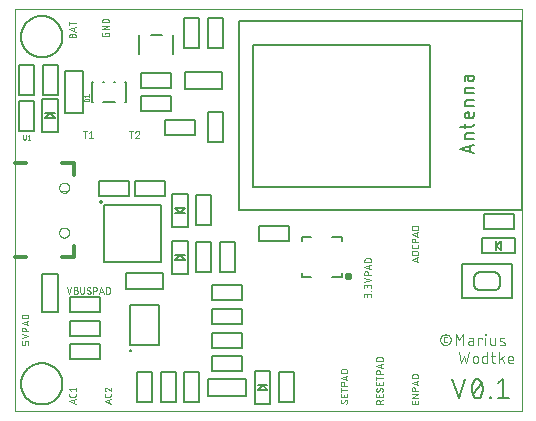
<source format=gto>
G75*
%MOIN*%
%OFA0B0*%
%FSLAX25Y25*%
%IPPOS*%
%LPD*%
%AMOC8*
5,1,8,0,0,1.08239X$1,22.5*
%
%ADD10C,0.00000*%
%ADD11C,0.00600*%
%ADD12C,0.00300*%
%ADD13C,0.00800*%
%ADD14C,0.00200*%
%ADD15C,0.01200*%
%ADD16C,0.00100*%
%ADD17C,0.00750*%
%ADD18C,0.00984*%
%ADD19C,0.00500*%
%ADD20C,0.01600*%
D10*
X0001841Y0001300D02*
X0001841Y0135158D01*
X0171132Y0135158D01*
X0171132Y0001300D01*
X0001841Y0001300D01*
X0016703Y0060749D02*
X0016705Y0060830D01*
X0016711Y0060912D01*
X0016721Y0060993D01*
X0016735Y0061073D01*
X0016752Y0061152D01*
X0016774Y0061231D01*
X0016799Y0061308D01*
X0016828Y0061385D01*
X0016861Y0061459D01*
X0016898Y0061532D01*
X0016937Y0061603D01*
X0016981Y0061672D01*
X0017027Y0061739D01*
X0017077Y0061803D01*
X0017130Y0061865D01*
X0017186Y0061925D01*
X0017244Y0061981D01*
X0017306Y0062035D01*
X0017370Y0062086D01*
X0017436Y0062133D01*
X0017504Y0062177D01*
X0017575Y0062218D01*
X0017647Y0062255D01*
X0017722Y0062289D01*
X0017797Y0062319D01*
X0017875Y0062345D01*
X0017953Y0062368D01*
X0018032Y0062386D01*
X0018112Y0062401D01*
X0018193Y0062412D01*
X0018274Y0062419D01*
X0018356Y0062422D01*
X0018437Y0062421D01*
X0018518Y0062416D01*
X0018599Y0062407D01*
X0018680Y0062394D01*
X0018760Y0062377D01*
X0018838Y0062357D01*
X0018916Y0062332D01*
X0018993Y0062304D01*
X0019068Y0062272D01*
X0019141Y0062237D01*
X0019212Y0062198D01*
X0019282Y0062155D01*
X0019349Y0062110D01*
X0019415Y0062061D01*
X0019477Y0062009D01*
X0019537Y0061953D01*
X0019594Y0061895D01*
X0019649Y0061835D01*
X0019700Y0061771D01*
X0019748Y0061706D01*
X0019793Y0061638D01*
X0019835Y0061568D01*
X0019873Y0061496D01*
X0019908Y0061422D01*
X0019939Y0061347D01*
X0019966Y0061270D01*
X0019989Y0061192D01*
X0020009Y0061113D01*
X0020025Y0061033D01*
X0020037Y0060952D01*
X0020045Y0060871D01*
X0020049Y0060790D01*
X0020049Y0060708D01*
X0020045Y0060627D01*
X0020037Y0060546D01*
X0020025Y0060465D01*
X0020009Y0060385D01*
X0019989Y0060306D01*
X0019966Y0060228D01*
X0019939Y0060151D01*
X0019908Y0060076D01*
X0019873Y0060002D01*
X0019835Y0059930D01*
X0019793Y0059860D01*
X0019748Y0059792D01*
X0019700Y0059727D01*
X0019649Y0059663D01*
X0019594Y0059603D01*
X0019537Y0059545D01*
X0019477Y0059489D01*
X0019415Y0059437D01*
X0019349Y0059388D01*
X0019282Y0059343D01*
X0019213Y0059300D01*
X0019141Y0059261D01*
X0019068Y0059226D01*
X0018993Y0059194D01*
X0018916Y0059166D01*
X0018838Y0059141D01*
X0018760Y0059121D01*
X0018680Y0059104D01*
X0018599Y0059091D01*
X0018518Y0059082D01*
X0018437Y0059077D01*
X0018356Y0059076D01*
X0018274Y0059079D01*
X0018193Y0059086D01*
X0018112Y0059097D01*
X0018032Y0059112D01*
X0017953Y0059130D01*
X0017875Y0059153D01*
X0017797Y0059179D01*
X0017722Y0059209D01*
X0017647Y0059243D01*
X0017575Y0059280D01*
X0017504Y0059321D01*
X0017436Y0059365D01*
X0017370Y0059412D01*
X0017306Y0059463D01*
X0017244Y0059517D01*
X0017186Y0059573D01*
X0017130Y0059633D01*
X0017077Y0059695D01*
X0017027Y0059759D01*
X0016981Y0059826D01*
X0016937Y0059895D01*
X0016898Y0059966D01*
X0016861Y0060039D01*
X0016828Y0060113D01*
X0016799Y0060190D01*
X0016774Y0060267D01*
X0016752Y0060346D01*
X0016735Y0060425D01*
X0016721Y0060505D01*
X0016711Y0060586D01*
X0016705Y0060668D01*
X0016703Y0060749D01*
X0017195Y0074529D02*
X0019555Y0074529D01*
X0016703Y0075709D02*
X0016705Y0075790D01*
X0016711Y0075872D01*
X0016721Y0075953D01*
X0016735Y0076033D01*
X0016752Y0076112D01*
X0016774Y0076191D01*
X0016799Y0076268D01*
X0016828Y0076345D01*
X0016861Y0076419D01*
X0016898Y0076492D01*
X0016937Y0076563D01*
X0016981Y0076632D01*
X0017027Y0076699D01*
X0017077Y0076763D01*
X0017130Y0076825D01*
X0017186Y0076885D01*
X0017244Y0076941D01*
X0017306Y0076995D01*
X0017370Y0077046D01*
X0017436Y0077093D01*
X0017504Y0077137D01*
X0017575Y0077178D01*
X0017647Y0077215D01*
X0017722Y0077249D01*
X0017797Y0077279D01*
X0017875Y0077305D01*
X0017953Y0077328D01*
X0018032Y0077346D01*
X0018112Y0077361D01*
X0018193Y0077372D01*
X0018274Y0077379D01*
X0018356Y0077382D01*
X0018437Y0077381D01*
X0018518Y0077376D01*
X0018599Y0077367D01*
X0018680Y0077354D01*
X0018760Y0077337D01*
X0018838Y0077317D01*
X0018916Y0077292D01*
X0018993Y0077264D01*
X0019068Y0077232D01*
X0019141Y0077197D01*
X0019212Y0077158D01*
X0019282Y0077115D01*
X0019349Y0077070D01*
X0019415Y0077021D01*
X0019477Y0076969D01*
X0019537Y0076913D01*
X0019594Y0076855D01*
X0019649Y0076795D01*
X0019700Y0076731D01*
X0019748Y0076666D01*
X0019793Y0076598D01*
X0019835Y0076528D01*
X0019873Y0076456D01*
X0019908Y0076382D01*
X0019939Y0076307D01*
X0019966Y0076230D01*
X0019989Y0076152D01*
X0020009Y0076073D01*
X0020025Y0075993D01*
X0020037Y0075912D01*
X0020045Y0075831D01*
X0020049Y0075750D01*
X0020049Y0075668D01*
X0020045Y0075587D01*
X0020037Y0075506D01*
X0020025Y0075425D01*
X0020009Y0075345D01*
X0019989Y0075266D01*
X0019966Y0075188D01*
X0019939Y0075111D01*
X0019908Y0075036D01*
X0019873Y0074962D01*
X0019835Y0074890D01*
X0019793Y0074820D01*
X0019748Y0074752D01*
X0019700Y0074687D01*
X0019649Y0074623D01*
X0019594Y0074563D01*
X0019537Y0074505D01*
X0019477Y0074449D01*
X0019415Y0074397D01*
X0019349Y0074348D01*
X0019282Y0074303D01*
X0019213Y0074260D01*
X0019141Y0074221D01*
X0019068Y0074186D01*
X0018993Y0074154D01*
X0018916Y0074126D01*
X0018838Y0074101D01*
X0018760Y0074081D01*
X0018680Y0074064D01*
X0018599Y0074051D01*
X0018518Y0074042D01*
X0018437Y0074037D01*
X0018356Y0074036D01*
X0018274Y0074039D01*
X0018193Y0074046D01*
X0018112Y0074057D01*
X0018032Y0074072D01*
X0017953Y0074090D01*
X0017875Y0074113D01*
X0017797Y0074139D01*
X0017722Y0074169D01*
X0017647Y0074203D01*
X0017575Y0074240D01*
X0017504Y0074281D01*
X0017436Y0074325D01*
X0017370Y0074372D01*
X0017306Y0074423D01*
X0017244Y0074477D01*
X0017186Y0074533D01*
X0017130Y0074593D01*
X0017077Y0074655D01*
X0017027Y0074719D01*
X0016981Y0074786D01*
X0016937Y0074855D01*
X0016898Y0074926D01*
X0016861Y0074999D01*
X0016828Y0075073D01*
X0016799Y0075150D01*
X0016774Y0075227D01*
X0016752Y0075306D01*
X0016735Y0075385D01*
X0016721Y0075465D01*
X0016711Y0075546D01*
X0016705Y0075628D01*
X0016703Y0075709D01*
D11*
X0027738Y0104410D02*
X0028108Y0104410D01*
X0027738Y0104410D02*
X0027738Y0110788D01*
X0028108Y0110788D01*
X0031281Y0110788D02*
X0031652Y0110788D01*
X0035022Y0110788D02*
X0035392Y0110788D01*
X0038565Y0110788D02*
X0038935Y0110788D01*
X0038935Y0104410D01*
X0038565Y0104410D01*
X0035392Y0104410D02*
X0031281Y0104410D01*
X0058754Y0108729D02*
X0058754Y0114339D01*
X0070911Y0114339D01*
X0070911Y0108729D01*
X0058754Y0108729D01*
X0150428Y0096113D02*
X0154095Y0096113D01*
X0154147Y0096115D01*
X0154199Y0096120D01*
X0154251Y0096130D01*
X0154302Y0096143D01*
X0154351Y0096159D01*
X0154400Y0096179D01*
X0154446Y0096203D01*
X0154491Y0096229D01*
X0154534Y0096259D01*
X0154575Y0096292D01*
X0154613Y0096328D01*
X0154649Y0096366D01*
X0154682Y0096407D01*
X0154712Y0096450D01*
X0154738Y0096495D01*
X0154762Y0096542D01*
X0154782Y0096590D01*
X0154798Y0096639D01*
X0154811Y0096690D01*
X0154821Y0096742D01*
X0154826Y0096794D01*
X0154828Y0096846D01*
X0154828Y0097091D01*
X0154095Y0098875D02*
X0152872Y0098875D01*
X0153361Y0098875D02*
X0153361Y0100831D01*
X0152872Y0100831D01*
X0152811Y0100829D01*
X0152749Y0100823D01*
X0152689Y0100814D01*
X0152629Y0100800D01*
X0152570Y0100783D01*
X0152512Y0100762D01*
X0152456Y0100738D01*
X0152401Y0100710D01*
X0152348Y0100679D01*
X0152297Y0100644D01*
X0152249Y0100607D01*
X0152203Y0100566D01*
X0152159Y0100522D01*
X0152118Y0100476D01*
X0152081Y0100428D01*
X0152046Y0100377D01*
X0152015Y0100324D01*
X0151987Y0100269D01*
X0151963Y0100213D01*
X0151942Y0100155D01*
X0151925Y0100096D01*
X0151911Y0100036D01*
X0151902Y0099976D01*
X0151896Y0099914D01*
X0151894Y0099853D01*
X0151896Y0099792D01*
X0151902Y0099730D01*
X0151911Y0099670D01*
X0151925Y0099610D01*
X0151942Y0099551D01*
X0151963Y0099493D01*
X0151987Y0099437D01*
X0152015Y0099382D01*
X0152046Y0099329D01*
X0152081Y0099278D01*
X0152118Y0099230D01*
X0152159Y0099184D01*
X0152203Y0099140D01*
X0152249Y0099099D01*
X0152297Y0099062D01*
X0152348Y0099027D01*
X0152401Y0098996D01*
X0152456Y0098968D01*
X0152512Y0098944D01*
X0152570Y0098923D01*
X0152629Y0098906D01*
X0152689Y0098892D01*
X0152749Y0098883D01*
X0152811Y0098877D01*
X0152872Y0098875D01*
X0154095Y0098875D02*
X0154147Y0098877D01*
X0154199Y0098882D01*
X0154251Y0098892D01*
X0154302Y0098905D01*
X0154351Y0098921D01*
X0154400Y0098941D01*
X0154446Y0098965D01*
X0154491Y0098991D01*
X0154534Y0099021D01*
X0154575Y0099054D01*
X0154613Y0099090D01*
X0154649Y0099128D01*
X0154682Y0099169D01*
X0154712Y0099212D01*
X0154738Y0099257D01*
X0154762Y0099304D01*
X0154782Y0099352D01*
X0154798Y0099401D01*
X0154811Y0099452D01*
X0154821Y0099504D01*
X0154826Y0099556D01*
X0154828Y0099608D01*
X0154828Y0100831D01*
X0154828Y0102925D02*
X0151895Y0102925D01*
X0151895Y0104147D01*
X0151897Y0104199D01*
X0151902Y0104251D01*
X0151912Y0104303D01*
X0151925Y0104354D01*
X0151941Y0104403D01*
X0151961Y0104452D01*
X0151985Y0104498D01*
X0152011Y0104543D01*
X0152041Y0104586D01*
X0152074Y0104627D01*
X0152110Y0104665D01*
X0152148Y0104701D01*
X0152189Y0104734D01*
X0152232Y0104764D01*
X0152277Y0104790D01*
X0152324Y0104814D01*
X0152372Y0104834D01*
X0152421Y0104850D01*
X0152472Y0104863D01*
X0152524Y0104873D01*
X0152576Y0104878D01*
X0152628Y0104880D01*
X0152628Y0104881D02*
X0154828Y0104881D01*
X0154828Y0107125D02*
X0151895Y0107125D01*
X0151895Y0108347D01*
X0151897Y0108399D01*
X0151902Y0108451D01*
X0151912Y0108503D01*
X0151925Y0108554D01*
X0151941Y0108603D01*
X0151961Y0108652D01*
X0151985Y0108698D01*
X0152011Y0108743D01*
X0152041Y0108786D01*
X0152074Y0108827D01*
X0152110Y0108865D01*
X0152148Y0108901D01*
X0152189Y0108934D01*
X0152232Y0108964D01*
X0152277Y0108990D01*
X0152324Y0109014D01*
X0152372Y0109034D01*
X0152421Y0109050D01*
X0152472Y0109063D01*
X0152524Y0109073D01*
X0152576Y0109078D01*
X0152628Y0109080D01*
X0152628Y0109081D02*
X0154828Y0109081D01*
X0151895Y0111390D02*
X0151895Y0112368D01*
X0151897Y0112420D01*
X0151902Y0112472D01*
X0151912Y0112524D01*
X0151925Y0112575D01*
X0151941Y0112624D01*
X0151961Y0112673D01*
X0151985Y0112719D01*
X0152011Y0112764D01*
X0152041Y0112807D01*
X0152074Y0112848D01*
X0152110Y0112886D01*
X0152148Y0112922D01*
X0152189Y0112955D01*
X0152232Y0112985D01*
X0152277Y0113011D01*
X0152324Y0113035D01*
X0152372Y0113055D01*
X0152421Y0113071D01*
X0152472Y0113084D01*
X0152524Y0113094D01*
X0152576Y0113099D01*
X0152628Y0113101D01*
X0152628Y0113102D02*
X0154828Y0113102D01*
X0154828Y0112002D01*
X0154826Y0111945D01*
X0154820Y0111888D01*
X0154811Y0111831D01*
X0154798Y0111776D01*
X0154781Y0111721D01*
X0154760Y0111668D01*
X0154736Y0111616D01*
X0154709Y0111566D01*
X0154678Y0111518D01*
X0154644Y0111471D01*
X0154607Y0111428D01*
X0154567Y0111387D01*
X0154525Y0111348D01*
X0154480Y0111313D01*
X0154433Y0111280D01*
X0154383Y0111251D01*
X0154332Y0111226D01*
X0154280Y0111203D01*
X0154226Y0111184D01*
X0154170Y0111169D01*
X0154114Y0111158D01*
X0154058Y0111150D01*
X0154001Y0111146D01*
X0153943Y0111146D01*
X0153886Y0111150D01*
X0153830Y0111158D01*
X0153774Y0111169D01*
X0153718Y0111184D01*
X0153664Y0111203D01*
X0153612Y0111226D01*
X0153561Y0111251D01*
X0153511Y0111280D01*
X0153464Y0111313D01*
X0153419Y0111348D01*
X0153377Y0111387D01*
X0153337Y0111428D01*
X0153300Y0111471D01*
X0153266Y0111518D01*
X0153235Y0111566D01*
X0153208Y0111616D01*
X0153184Y0111668D01*
X0153163Y0111721D01*
X0153146Y0111776D01*
X0153133Y0111831D01*
X0153124Y0111888D01*
X0153118Y0111945D01*
X0153116Y0112002D01*
X0153117Y0112002D02*
X0153117Y0113102D01*
X0151895Y0097091D02*
X0151895Y0095624D01*
X0152628Y0093931D02*
X0154828Y0093931D01*
X0154828Y0091975D02*
X0151895Y0091975D01*
X0151895Y0093197D01*
X0151897Y0093249D01*
X0151902Y0093301D01*
X0151912Y0093353D01*
X0151925Y0093404D01*
X0151941Y0093453D01*
X0151961Y0093502D01*
X0151985Y0093548D01*
X0152011Y0093593D01*
X0152041Y0093636D01*
X0152074Y0093677D01*
X0152110Y0093715D01*
X0152148Y0093751D01*
X0152189Y0093784D01*
X0152232Y0093814D01*
X0152277Y0093840D01*
X0152324Y0093864D01*
X0152372Y0093884D01*
X0152421Y0093900D01*
X0152472Y0093913D01*
X0152524Y0093923D01*
X0152576Y0093928D01*
X0152628Y0093930D01*
X0154828Y0090070D02*
X0150428Y0088603D01*
X0154828Y0087136D01*
X0153728Y0087503D02*
X0153728Y0089703D01*
X0152077Y0011937D02*
X0149943Y0005537D01*
X0147810Y0011937D01*
X0149943Y0005537D01*
X0152077Y0011937D01*
X0157875Y0008737D02*
X0157873Y0008596D01*
X0157867Y0008456D01*
X0157858Y0008315D01*
X0157845Y0008175D01*
X0157828Y0008035D01*
X0157808Y0007896D01*
X0157783Y0007758D01*
X0157755Y0007620D01*
X0157724Y0007483D01*
X0157688Y0007346D01*
X0157649Y0007211D01*
X0157607Y0007077D01*
X0157561Y0006944D01*
X0157511Y0006812D01*
X0157458Y0006682D01*
X0157402Y0006553D01*
X0157342Y0006426D01*
X0157317Y0006360D01*
X0157289Y0006295D01*
X0157257Y0006231D01*
X0157222Y0006170D01*
X0157183Y0006110D01*
X0157142Y0006052D01*
X0157097Y0005997D01*
X0157049Y0005945D01*
X0156999Y0005895D01*
X0156946Y0005847D01*
X0156890Y0005803D01*
X0156833Y0005762D01*
X0156773Y0005724D01*
X0156711Y0005689D01*
X0156647Y0005658D01*
X0156582Y0005630D01*
X0156515Y0005605D01*
X0156448Y0005585D01*
X0156379Y0005568D01*
X0156309Y0005554D01*
X0156239Y0005545D01*
X0156168Y0005539D01*
X0156097Y0005537D01*
X0156026Y0005539D01*
X0155955Y0005545D01*
X0155885Y0005554D01*
X0155815Y0005568D01*
X0155746Y0005585D01*
X0155679Y0005605D01*
X0155612Y0005630D01*
X0155547Y0005658D01*
X0155483Y0005689D01*
X0155421Y0005724D01*
X0155361Y0005762D01*
X0155303Y0005803D01*
X0155248Y0005847D01*
X0155195Y0005895D01*
X0155145Y0005945D01*
X0155097Y0005997D01*
X0155052Y0006052D01*
X0155011Y0006110D01*
X0154972Y0006170D01*
X0154937Y0006231D01*
X0154905Y0006295D01*
X0154877Y0006360D01*
X0154852Y0006426D01*
X0154675Y0006959D02*
X0157519Y0010515D01*
X0154675Y0006959D01*
X0156097Y0005537D02*
X0156168Y0005539D01*
X0156239Y0005545D01*
X0156309Y0005554D01*
X0156379Y0005568D01*
X0156448Y0005585D01*
X0156515Y0005605D01*
X0156582Y0005630D01*
X0156647Y0005658D01*
X0156711Y0005689D01*
X0156773Y0005724D01*
X0156833Y0005762D01*
X0156890Y0005803D01*
X0156946Y0005847D01*
X0156999Y0005895D01*
X0157049Y0005945D01*
X0157097Y0005997D01*
X0157142Y0006052D01*
X0157183Y0006110D01*
X0157222Y0006170D01*
X0157257Y0006231D01*
X0157289Y0006295D01*
X0157317Y0006360D01*
X0157342Y0006426D01*
X0156097Y0005537D02*
X0156026Y0005539D01*
X0155955Y0005545D01*
X0155885Y0005554D01*
X0155815Y0005568D01*
X0155746Y0005585D01*
X0155679Y0005605D01*
X0155612Y0005630D01*
X0155547Y0005658D01*
X0155483Y0005689D01*
X0155421Y0005724D01*
X0155361Y0005762D01*
X0155303Y0005803D01*
X0155248Y0005847D01*
X0155195Y0005895D01*
X0155145Y0005945D01*
X0155097Y0005997D01*
X0155052Y0006052D01*
X0155011Y0006110D01*
X0154972Y0006170D01*
X0154937Y0006231D01*
X0154905Y0006295D01*
X0154877Y0006360D01*
X0154852Y0006426D01*
X0157875Y0008737D02*
X0157873Y0008878D01*
X0157867Y0009018D01*
X0157858Y0009159D01*
X0157845Y0009299D01*
X0157828Y0009439D01*
X0157808Y0009578D01*
X0157783Y0009716D01*
X0157755Y0009854D01*
X0157724Y0009991D01*
X0157688Y0010128D01*
X0157649Y0010263D01*
X0157607Y0010397D01*
X0157561Y0010530D01*
X0157511Y0010662D01*
X0157458Y0010792D01*
X0157402Y0010921D01*
X0157342Y0011048D01*
X0156097Y0011937D02*
X0156026Y0011935D01*
X0155955Y0011929D01*
X0155885Y0011920D01*
X0155815Y0011906D01*
X0155746Y0011889D01*
X0155679Y0011869D01*
X0155612Y0011844D01*
X0155547Y0011816D01*
X0155483Y0011785D01*
X0155421Y0011750D01*
X0155361Y0011712D01*
X0155303Y0011671D01*
X0155248Y0011627D01*
X0155195Y0011579D01*
X0155145Y0011529D01*
X0155097Y0011477D01*
X0155052Y0011422D01*
X0155011Y0011364D01*
X0154972Y0011304D01*
X0154937Y0011243D01*
X0154905Y0011179D01*
X0154877Y0011114D01*
X0154852Y0011048D01*
X0156097Y0011937D02*
X0156168Y0011935D01*
X0156239Y0011929D01*
X0156309Y0011920D01*
X0156379Y0011906D01*
X0156448Y0011889D01*
X0156515Y0011869D01*
X0156582Y0011844D01*
X0156647Y0011816D01*
X0156711Y0011785D01*
X0156773Y0011750D01*
X0156833Y0011712D01*
X0156891Y0011671D01*
X0156946Y0011627D01*
X0156999Y0011579D01*
X0157049Y0011529D01*
X0157097Y0011477D01*
X0157142Y0011422D01*
X0157183Y0011364D01*
X0157222Y0011304D01*
X0157257Y0011243D01*
X0157289Y0011179D01*
X0157317Y0011114D01*
X0157342Y0011048D01*
X0156097Y0011937D02*
X0156026Y0011935D01*
X0155955Y0011929D01*
X0155885Y0011920D01*
X0155815Y0011906D01*
X0155746Y0011889D01*
X0155679Y0011869D01*
X0155612Y0011844D01*
X0155547Y0011816D01*
X0155483Y0011785D01*
X0155421Y0011750D01*
X0155361Y0011712D01*
X0155303Y0011671D01*
X0155248Y0011627D01*
X0155195Y0011579D01*
X0155145Y0011529D01*
X0155097Y0011477D01*
X0155052Y0011422D01*
X0155011Y0011364D01*
X0154972Y0011304D01*
X0154937Y0011243D01*
X0154905Y0011179D01*
X0154877Y0011114D01*
X0154852Y0011048D01*
X0156097Y0011937D02*
X0156168Y0011935D01*
X0156239Y0011929D01*
X0156309Y0011920D01*
X0156379Y0011906D01*
X0156448Y0011889D01*
X0156515Y0011869D01*
X0156582Y0011844D01*
X0156647Y0011816D01*
X0156711Y0011785D01*
X0156773Y0011750D01*
X0156833Y0011712D01*
X0156891Y0011671D01*
X0156946Y0011627D01*
X0156999Y0011579D01*
X0157049Y0011529D01*
X0157097Y0011477D01*
X0157142Y0011422D01*
X0157183Y0011364D01*
X0157222Y0011304D01*
X0157257Y0011243D01*
X0157289Y0011179D01*
X0157317Y0011114D01*
X0157342Y0011048D01*
X0154853Y0011048D02*
X0154793Y0010921D01*
X0154737Y0010792D01*
X0154684Y0010662D01*
X0154634Y0010530D01*
X0154588Y0010397D01*
X0154546Y0010263D01*
X0154507Y0010128D01*
X0154471Y0009991D01*
X0154440Y0009854D01*
X0154412Y0009716D01*
X0154387Y0009578D01*
X0154367Y0009439D01*
X0154350Y0009299D01*
X0154337Y0009159D01*
X0154328Y0009018D01*
X0154322Y0008878D01*
X0154320Y0008737D01*
X0157875Y0008737D02*
X0157873Y0008878D01*
X0157867Y0009018D01*
X0157858Y0009159D01*
X0157845Y0009299D01*
X0157828Y0009439D01*
X0157808Y0009578D01*
X0157783Y0009716D01*
X0157755Y0009854D01*
X0157724Y0009991D01*
X0157688Y0010128D01*
X0157649Y0010263D01*
X0157607Y0010397D01*
X0157561Y0010530D01*
X0157511Y0010662D01*
X0157458Y0010792D01*
X0157402Y0010921D01*
X0157342Y0011048D01*
X0154853Y0011048D02*
X0154793Y0010921D01*
X0154737Y0010792D01*
X0154684Y0010662D01*
X0154634Y0010530D01*
X0154588Y0010397D01*
X0154546Y0010263D01*
X0154507Y0010128D01*
X0154471Y0009991D01*
X0154440Y0009854D01*
X0154412Y0009716D01*
X0154387Y0009578D01*
X0154367Y0009439D01*
X0154350Y0009299D01*
X0154337Y0009159D01*
X0154328Y0009018D01*
X0154322Y0008878D01*
X0154320Y0008737D01*
X0157875Y0008737D02*
X0157873Y0008596D01*
X0157867Y0008456D01*
X0157858Y0008315D01*
X0157845Y0008175D01*
X0157828Y0008035D01*
X0157808Y0007896D01*
X0157783Y0007758D01*
X0157755Y0007620D01*
X0157724Y0007483D01*
X0157688Y0007346D01*
X0157649Y0007211D01*
X0157607Y0007077D01*
X0157561Y0006944D01*
X0157511Y0006812D01*
X0157458Y0006682D01*
X0157402Y0006553D01*
X0157342Y0006426D01*
X0160227Y0005893D02*
X0160583Y0005893D01*
X0160583Y0005537D01*
X0160227Y0005537D01*
X0160227Y0005893D01*
X0160583Y0005893D01*
X0160583Y0005537D01*
X0160227Y0005537D01*
X0160227Y0005893D01*
X0162935Y0005537D02*
X0166491Y0005537D01*
X0162935Y0005537D01*
X0164713Y0005537D02*
X0164713Y0011937D01*
X0162935Y0010515D01*
X0164713Y0011937D01*
X0164713Y0005537D01*
X0154853Y0006426D02*
X0154793Y0006553D01*
X0154737Y0006682D01*
X0154684Y0006812D01*
X0154634Y0006944D01*
X0154588Y0007077D01*
X0154546Y0007211D01*
X0154507Y0007346D01*
X0154471Y0007483D01*
X0154440Y0007620D01*
X0154412Y0007758D01*
X0154387Y0007896D01*
X0154367Y0008035D01*
X0154350Y0008175D01*
X0154337Y0008315D01*
X0154328Y0008456D01*
X0154322Y0008596D01*
X0154320Y0008737D01*
X0154322Y0008596D01*
X0154328Y0008456D01*
X0154337Y0008315D01*
X0154350Y0008175D01*
X0154367Y0008035D01*
X0154387Y0007896D01*
X0154412Y0007758D01*
X0154440Y0007620D01*
X0154471Y0007483D01*
X0154507Y0007346D01*
X0154546Y0007211D01*
X0154588Y0007077D01*
X0154634Y0006944D01*
X0154684Y0006812D01*
X0154737Y0006682D01*
X0154793Y0006553D01*
X0154853Y0006426D01*
D12*
X0152447Y0017198D02*
X0153269Y0020898D01*
X0151625Y0019665D02*
X0152447Y0017198D01*
X0150803Y0017198D02*
X0151625Y0019665D01*
X0149981Y0020898D02*
X0150803Y0017198D01*
X0154643Y0018020D02*
X0154643Y0018842D01*
X0154645Y0018898D01*
X0154651Y0018954D01*
X0154660Y0019009D01*
X0154673Y0019064D01*
X0154690Y0019117D01*
X0154711Y0019169D01*
X0154735Y0019220D01*
X0154763Y0019269D01*
X0154793Y0019316D01*
X0154827Y0019361D01*
X0154864Y0019403D01*
X0154904Y0019443D01*
X0154946Y0019480D01*
X0154991Y0019514D01*
X0155038Y0019544D01*
X0155087Y0019572D01*
X0155138Y0019596D01*
X0155190Y0019617D01*
X0155243Y0019634D01*
X0155298Y0019647D01*
X0155353Y0019656D01*
X0155409Y0019662D01*
X0155465Y0019664D01*
X0155521Y0019662D01*
X0155577Y0019656D01*
X0155632Y0019647D01*
X0155687Y0019634D01*
X0155740Y0019617D01*
X0155792Y0019596D01*
X0155843Y0019572D01*
X0155892Y0019544D01*
X0155939Y0019514D01*
X0155984Y0019480D01*
X0156026Y0019443D01*
X0156066Y0019403D01*
X0156103Y0019361D01*
X0156137Y0019316D01*
X0156167Y0019269D01*
X0156195Y0019220D01*
X0156219Y0019169D01*
X0156240Y0019117D01*
X0156257Y0019064D01*
X0156270Y0019009D01*
X0156279Y0018954D01*
X0156285Y0018898D01*
X0156287Y0018842D01*
X0156287Y0018020D01*
X0156285Y0017964D01*
X0156279Y0017908D01*
X0156270Y0017853D01*
X0156257Y0017798D01*
X0156240Y0017745D01*
X0156219Y0017693D01*
X0156195Y0017642D01*
X0156167Y0017593D01*
X0156137Y0017546D01*
X0156103Y0017501D01*
X0156066Y0017459D01*
X0156026Y0017419D01*
X0155984Y0017382D01*
X0155939Y0017348D01*
X0155892Y0017318D01*
X0155843Y0017290D01*
X0155792Y0017266D01*
X0155740Y0017245D01*
X0155687Y0017228D01*
X0155632Y0017215D01*
X0155577Y0017206D01*
X0155521Y0017200D01*
X0155465Y0017198D01*
X0155409Y0017200D01*
X0155353Y0017206D01*
X0155298Y0017215D01*
X0155243Y0017228D01*
X0155190Y0017245D01*
X0155138Y0017266D01*
X0155087Y0017290D01*
X0155038Y0017318D01*
X0154991Y0017348D01*
X0154946Y0017382D01*
X0154904Y0017419D01*
X0154864Y0017459D01*
X0154827Y0017501D01*
X0154793Y0017546D01*
X0154763Y0017593D01*
X0154735Y0017642D01*
X0154711Y0017693D01*
X0154690Y0017745D01*
X0154673Y0017798D01*
X0154660Y0017853D01*
X0154651Y0017908D01*
X0154645Y0017964D01*
X0154643Y0018020D01*
X0157745Y0017815D02*
X0157745Y0019048D01*
X0157744Y0019048D02*
X0157746Y0019096D01*
X0157752Y0019145D01*
X0157761Y0019192D01*
X0157774Y0019239D01*
X0157791Y0019284D01*
X0157811Y0019328D01*
X0157835Y0019370D01*
X0157862Y0019411D01*
X0157892Y0019449D01*
X0157925Y0019484D01*
X0157960Y0019517D01*
X0157998Y0019547D01*
X0158039Y0019574D01*
X0158081Y0019598D01*
X0158125Y0019618D01*
X0158170Y0019635D01*
X0158217Y0019648D01*
X0158264Y0019657D01*
X0158313Y0019663D01*
X0158361Y0019665D01*
X0159389Y0019665D01*
X0159389Y0020898D02*
X0159389Y0017198D01*
X0158361Y0017198D01*
X0158313Y0017200D01*
X0158264Y0017206D01*
X0158217Y0017215D01*
X0158170Y0017228D01*
X0158125Y0017245D01*
X0158081Y0017265D01*
X0158039Y0017289D01*
X0157998Y0017316D01*
X0157960Y0017346D01*
X0157925Y0017379D01*
X0157892Y0017414D01*
X0157862Y0017452D01*
X0157835Y0017493D01*
X0157811Y0017535D01*
X0157791Y0017579D01*
X0157774Y0017624D01*
X0157761Y0017671D01*
X0157752Y0017718D01*
X0157746Y0017767D01*
X0157744Y0017815D01*
X0161111Y0017815D02*
X0161111Y0020898D01*
X0160700Y0019665D02*
X0161933Y0019665D01*
X0161111Y0017815D02*
X0161113Y0017767D01*
X0161119Y0017718D01*
X0161128Y0017671D01*
X0161141Y0017624D01*
X0161158Y0017579D01*
X0161178Y0017535D01*
X0161202Y0017493D01*
X0161229Y0017452D01*
X0161259Y0017414D01*
X0161292Y0017379D01*
X0161327Y0017346D01*
X0161365Y0017316D01*
X0161406Y0017289D01*
X0161448Y0017265D01*
X0161492Y0017245D01*
X0161537Y0017228D01*
X0161584Y0017215D01*
X0161631Y0017206D01*
X0161680Y0017200D01*
X0161728Y0017198D01*
X0161933Y0017198D01*
X0163444Y0017198D02*
X0163444Y0020898D01*
X0165088Y0019665D02*
X0163444Y0018431D01*
X0164163Y0018945D02*
X0165088Y0017198D01*
X0166403Y0017815D02*
X0166403Y0018842D01*
X0166403Y0018431D02*
X0168047Y0018431D01*
X0168047Y0018842D01*
X0168045Y0018898D01*
X0168039Y0018954D01*
X0168030Y0019009D01*
X0168017Y0019064D01*
X0168000Y0019117D01*
X0167979Y0019169D01*
X0167955Y0019220D01*
X0167927Y0019269D01*
X0167897Y0019316D01*
X0167863Y0019361D01*
X0167826Y0019403D01*
X0167786Y0019443D01*
X0167744Y0019480D01*
X0167699Y0019514D01*
X0167652Y0019544D01*
X0167603Y0019572D01*
X0167552Y0019596D01*
X0167500Y0019617D01*
X0167447Y0019634D01*
X0167392Y0019647D01*
X0167337Y0019656D01*
X0167281Y0019662D01*
X0167225Y0019664D01*
X0167169Y0019662D01*
X0167113Y0019656D01*
X0167058Y0019647D01*
X0167003Y0019634D01*
X0166950Y0019617D01*
X0166898Y0019596D01*
X0166847Y0019572D01*
X0166798Y0019544D01*
X0166751Y0019514D01*
X0166706Y0019480D01*
X0166664Y0019443D01*
X0166624Y0019403D01*
X0166587Y0019361D01*
X0166553Y0019316D01*
X0166523Y0019269D01*
X0166495Y0019220D01*
X0166471Y0019169D01*
X0166450Y0019117D01*
X0166433Y0019064D01*
X0166420Y0019009D01*
X0166411Y0018954D01*
X0166405Y0018898D01*
X0166403Y0018842D01*
X0166402Y0017815D02*
X0166404Y0017767D01*
X0166410Y0017718D01*
X0166419Y0017671D01*
X0166432Y0017624D01*
X0166449Y0017579D01*
X0166469Y0017535D01*
X0166493Y0017493D01*
X0166520Y0017452D01*
X0166550Y0017414D01*
X0166583Y0017379D01*
X0166618Y0017346D01*
X0166656Y0017316D01*
X0166697Y0017289D01*
X0166739Y0017265D01*
X0166783Y0017245D01*
X0166828Y0017228D01*
X0166875Y0017215D01*
X0166922Y0017206D01*
X0166971Y0017200D01*
X0167019Y0017198D01*
X0168047Y0017198D01*
X0165046Y0025459D02*
X0164958Y0025497D01*
X0164869Y0025530D01*
X0164779Y0025560D01*
X0164687Y0025587D01*
X0164594Y0025609D01*
X0164501Y0025628D01*
X0164407Y0025643D01*
X0164312Y0025654D01*
X0164217Y0025661D01*
X0164121Y0025665D01*
X0164122Y0025665D02*
X0164077Y0025664D01*
X0164032Y0025659D01*
X0163988Y0025650D01*
X0163945Y0025638D01*
X0163903Y0025622D01*
X0163863Y0025602D01*
X0163824Y0025579D01*
X0163788Y0025554D01*
X0163754Y0025525D01*
X0163722Y0025493D01*
X0163693Y0025459D01*
X0163667Y0025422D01*
X0163644Y0025384D01*
X0163625Y0025343D01*
X0163609Y0025301D01*
X0163596Y0025258D01*
X0163587Y0025214D01*
X0163582Y0025170D01*
X0163581Y0025125D01*
X0163584Y0025080D01*
X0163590Y0025036D01*
X0163600Y0024992D01*
X0163613Y0024950D01*
X0163630Y0024908D01*
X0163651Y0024868D01*
X0163675Y0024830D01*
X0163701Y0024795D01*
X0163731Y0024761D01*
X0163764Y0024730D01*
X0163799Y0024702D01*
X0163836Y0024677D01*
X0163875Y0024656D01*
X0163916Y0024637D01*
X0164944Y0024226D01*
X0164985Y0024207D01*
X0165024Y0024186D01*
X0165061Y0024161D01*
X0165096Y0024133D01*
X0165129Y0024102D01*
X0165159Y0024068D01*
X0165185Y0024033D01*
X0165209Y0023995D01*
X0165230Y0023955D01*
X0165247Y0023913D01*
X0165260Y0023871D01*
X0165270Y0023827D01*
X0165276Y0023783D01*
X0165279Y0023738D01*
X0165278Y0023693D01*
X0165273Y0023649D01*
X0165264Y0023605D01*
X0165251Y0023562D01*
X0165235Y0023520D01*
X0165216Y0023479D01*
X0165193Y0023441D01*
X0165167Y0023404D01*
X0165138Y0023370D01*
X0165106Y0023338D01*
X0165072Y0023309D01*
X0165036Y0023284D01*
X0164997Y0023261D01*
X0164957Y0023241D01*
X0164915Y0023225D01*
X0164872Y0023213D01*
X0164828Y0023204D01*
X0164783Y0023199D01*
X0164738Y0023198D01*
X0162012Y0023198D02*
X0162012Y0025665D01*
X0160368Y0025665D02*
X0160368Y0023815D01*
X0160367Y0023815D02*
X0160369Y0023767D01*
X0160375Y0023718D01*
X0160384Y0023671D01*
X0160397Y0023624D01*
X0160414Y0023579D01*
X0160434Y0023535D01*
X0160458Y0023493D01*
X0160485Y0023452D01*
X0160515Y0023414D01*
X0160548Y0023379D01*
X0160583Y0023346D01*
X0160621Y0023316D01*
X0160662Y0023289D01*
X0160704Y0023265D01*
X0160748Y0023245D01*
X0160793Y0023228D01*
X0160840Y0023215D01*
X0160887Y0023206D01*
X0160936Y0023200D01*
X0160984Y0023198D01*
X0162012Y0023198D01*
X0158790Y0023198D02*
X0158790Y0025665D01*
X0158893Y0026692D02*
X0158687Y0026692D01*
X0158687Y0026898D01*
X0158893Y0026898D01*
X0158893Y0026692D01*
X0157661Y0025665D02*
X0157661Y0025254D01*
X0157661Y0025665D02*
X0156428Y0025665D01*
X0156428Y0023198D01*
X0154674Y0023198D02*
X0154674Y0025048D01*
X0154674Y0024637D02*
X0153749Y0024637D01*
X0154675Y0025048D02*
X0154673Y0025096D01*
X0154667Y0025145D01*
X0154658Y0025192D01*
X0154645Y0025239D01*
X0154628Y0025284D01*
X0154608Y0025328D01*
X0154584Y0025370D01*
X0154557Y0025411D01*
X0154527Y0025449D01*
X0154494Y0025484D01*
X0154459Y0025517D01*
X0154421Y0025547D01*
X0154380Y0025574D01*
X0154338Y0025598D01*
X0154294Y0025618D01*
X0154249Y0025635D01*
X0154202Y0025648D01*
X0154155Y0025657D01*
X0154106Y0025663D01*
X0154058Y0025665D01*
X0153235Y0025665D01*
X0153749Y0024636D02*
X0153697Y0024634D01*
X0153644Y0024628D01*
X0153593Y0024619D01*
X0153542Y0024606D01*
X0153492Y0024589D01*
X0153444Y0024568D01*
X0153397Y0024544D01*
X0153352Y0024517D01*
X0153310Y0024486D01*
X0153269Y0024452D01*
X0153231Y0024416D01*
X0153196Y0024377D01*
X0153164Y0024335D01*
X0153135Y0024292D01*
X0153110Y0024246D01*
X0153087Y0024198D01*
X0153069Y0024149D01*
X0153053Y0024099D01*
X0153042Y0024048D01*
X0153034Y0023996D01*
X0153030Y0023943D01*
X0153030Y0023891D01*
X0153034Y0023838D01*
X0153042Y0023786D01*
X0153053Y0023735D01*
X0153069Y0023685D01*
X0153087Y0023636D01*
X0153110Y0023588D01*
X0153135Y0023542D01*
X0153164Y0023499D01*
X0153196Y0023457D01*
X0153231Y0023418D01*
X0153269Y0023382D01*
X0153310Y0023348D01*
X0153352Y0023317D01*
X0153397Y0023290D01*
X0153444Y0023266D01*
X0153492Y0023245D01*
X0153542Y0023228D01*
X0153593Y0023215D01*
X0153644Y0023206D01*
X0153697Y0023200D01*
X0153749Y0023198D01*
X0154674Y0023198D01*
X0151383Y0023198D02*
X0151383Y0026898D01*
X0150150Y0024842D01*
X0148917Y0026898D01*
X0148917Y0023198D01*
X0145881Y0024226D02*
X0145367Y0024226D01*
X0145329Y0024228D01*
X0145291Y0024233D01*
X0145255Y0024242D01*
X0145219Y0024254D01*
X0145184Y0024269D01*
X0145151Y0024288D01*
X0145119Y0024309D01*
X0145090Y0024333D01*
X0145063Y0024360D01*
X0145039Y0024389D01*
X0145018Y0024421D01*
X0144999Y0024454D01*
X0144984Y0024489D01*
X0144972Y0024525D01*
X0144963Y0024561D01*
X0144958Y0024599D01*
X0144956Y0024637D01*
X0144956Y0025459D01*
X0144958Y0025497D01*
X0144963Y0025535D01*
X0144972Y0025571D01*
X0144984Y0025607D01*
X0144999Y0025642D01*
X0145018Y0025675D01*
X0145039Y0025707D01*
X0145063Y0025736D01*
X0145090Y0025763D01*
X0145119Y0025787D01*
X0145151Y0025808D01*
X0145184Y0025827D01*
X0145219Y0025842D01*
X0145255Y0025854D01*
X0145291Y0025863D01*
X0145329Y0025868D01*
X0145367Y0025870D01*
X0145881Y0025870D01*
X0147217Y0025048D02*
X0147215Y0024966D01*
X0147209Y0024884D01*
X0147200Y0024803D01*
X0147186Y0024722D01*
X0147169Y0024642D01*
X0147148Y0024563D01*
X0147124Y0024485D01*
X0147096Y0024408D01*
X0147064Y0024332D01*
X0147028Y0024259D01*
X0146990Y0024186D01*
X0146948Y0024116D01*
X0146902Y0024048D01*
X0146854Y0023982D01*
X0146802Y0023918D01*
X0146748Y0023857D01*
X0146691Y0023798D01*
X0146631Y0023742D01*
X0146568Y0023689D01*
X0146503Y0023639D01*
X0146436Y0023593D01*
X0146367Y0023549D01*
X0146296Y0023508D01*
X0146223Y0023471D01*
X0146148Y0023438D01*
X0146072Y0023408D01*
X0145994Y0023382D01*
X0145916Y0023359D01*
X0145836Y0023340D01*
X0145755Y0023324D01*
X0145674Y0023313D01*
X0145593Y0023305D01*
X0145511Y0023301D01*
X0145429Y0023301D01*
X0145347Y0023305D01*
X0145266Y0023313D01*
X0145185Y0023324D01*
X0145104Y0023340D01*
X0145024Y0023359D01*
X0144946Y0023382D01*
X0144868Y0023408D01*
X0144792Y0023438D01*
X0144717Y0023471D01*
X0144644Y0023508D01*
X0144573Y0023549D01*
X0144504Y0023593D01*
X0144437Y0023639D01*
X0144372Y0023689D01*
X0144309Y0023742D01*
X0144249Y0023798D01*
X0144192Y0023857D01*
X0144138Y0023918D01*
X0144086Y0023982D01*
X0144038Y0024048D01*
X0143992Y0024116D01*
X0143950Y0024186D01*
X0143912Y0024259D01*
X0143876Y0024332D01*
X0143844Y0024408D01*
X0143816Y0024485D01*
X0143792Y0024563D01*
X0143771Y0024642D01*
X0143754Y0024722D01*
X0143740Y0024803D01*
X0143731Y0024884D01*
X0143725Y0024966D01*
X0143723Y0025048D01*
X0143725Y0025130D01*
X0143731Y0025212D01*
X0143740Y0025293D01*
X0143754Y0025374D01*
X0143771Y0025454D01*
X0143792Y0025533D01*
X0143816Y0025611D01*
X0143844Y0025688D01*
X0143876Y0025764D01*
X0143912Y0025837D01*
X0143950Y0025910D01*
X0143992Y0025980D01*
X0144038Y0026048D01*
X0144086Y0026114D01*
X0144138Y0026178D01*
X0144192Y0026239D01*
X0144249Y0026298D01*
X0144309Y0026354D01*
X0144372Y0026407D01*
X0144437Y0026457D01*
X0144504Y0026503D01*
X0144573Y0026547D01*
X0144644Y0026588D01*
X0144717Y0026625D01*
X0144792Y0026658D01*
X0144868Y0026688D01*
X0144946Y0026714D01*
X0145024Y0026737D01*
X0145104Y0026756D01*
X0145185Y0026772D01*
X0145266Y0026783D01*
X0145347Y0026791D01*
X0145429Y0026795D01*
X0145511Y0026795D01*
X0145593Y0026791D01*
X0145674Y0026783D01*
X0145755Y0026772D01*
X0145836Y0026756D01*
X0145916Y0026737D01*
X0145994Y0026714D01*
X0146072Y0026688D01*
X0146148Y0026658D01*
X0146223Y0026625D01*
X0146296Y0026588D01*
X0146367Y0026547D01*
X0146436Y0026503D01*
X0146503Y0026457D01*
X0146568Y0026407D01*
X0146631Y0026354D01*
X0146691Y0026298D01*
X0146748Y0026239D01*
X0146802Y0026178D01*
X0146854Y0026114D01*
X0146902Y0026048D01*
X0146948Y0025980D01*
X0146990Y0025910D01*
X0147028Y0025837D01*
X0147064Y0025764D01*
X0147096Y0025688D01*
X0147124Y0025611D01*
X0147148Y0025533D01*
X0147169Y0025454D01*
X0147186Y0025374D01*
X0147200Y0025293D01*
X0147209Y0025212D01*
X0147215Y0025130D01*
X0147217Y0025048D01*
X0163608Y0023403D02*
X0163717Y0023366D01*
X0163827Y0023332D01*
X0163939Y0023302D01*
X0164051Y0023276D01*
X0164164Y0023253D01*
X0164278Y0023234D01*
X0164393Y0023219D01*
X0164508Y0023208D01*
X0164623Y0023201D01*
X0164738Y0023197D01*
D13*
X0168770Y0053859D02*
X0157746Y0053859D01*
X0157746Y0058977D01*
X0168770Y0058977D01*
X0168770Y0053859D01*
X0164045Y0054843D02*
X0164045Y0057993D01*
X0162470Y0056418D01*
X0164045Y0054843D01*
X0162470Y0054843D02*
X0162470Y0056418D01*
X0162470Y0057993D01*
X0158258Y0061792D02*
X0168258Y0061792D01*
X0168258Y0066792D01*
X0158258Y0066792D01*
X0158258Y0061792D01*
X0110896Y0059174D02*
X0110896Y0057796D01*
X0110896Y0059174D02*
X0107746Y0059174D01*
X0100659Y0059174D02*
X0097510Y0059174D01*
X0097510Y0057796D01*
X0093455Y0057855D02*
X0083455Y0057855D01*
X0083455Y0062855D01*
X0093455Y0062855D01*
X0093455Y0057855D01*
X0097510Y0047166D02*
X0097510Y0045788D01*
X0100659Y0045788D01*
X0107746Y0045788D02*
X0110896Y0045788D01*
X0110896Y0047166D01*
X0077707Y0043170D02*
X0077707Y0038170D01*
X0067707Y0038170D01*
X0067707Y0043170D01*
X0077707Y0043170D01*
X0075207Y0047481D02*
X0075207Y0057481D01*
X0070207Y0057481D01*
X0070207Y0047481D01*
X0075207Y0047481D01*
X0067333Y0047481D02*
X0067333Y0057481D01*
X0062333Y0057481D01*
X0062333Y0047481D01*
X0067333Y0047481D01*
X0059518Y0046969D02*
X0054400Y0046969D01*
X0054400Y0057993D01*
X0059518Y0057993D01*
X0059518Y0046969D01*
X0058533Y0051694D02*
X0055384Y0051694D01*
X0056959Y0053269D01*
X0058533Y0051694D01*
X0058533Y0053269D02*
X0056959Y0053269D01*
X0055384Y0053269D01*
X0051447Y0047363D02*
X0051447Y0041851D01*
X0038848Y0041851D01*
X0038848Y0047363D01*
X0051447Y0047363D01*
X0067707Y0035296D02*
X0077707Y0035296D01*
X0077707Y0030296D01*
X0067707Y0030296D01*
X0067707Y0035296D01*
X0067707Y0027422D02*
X0077707Y0027422D01*
X0077707Y0022422D01*
X0067707Y0022422D01*
X0067707Y0027422D01*
X0067707Y0019548D02*
X0077707Y0019548D01*
X0077707Y0014548D01*
X0067707Y0014548D01*
X0067707Y0019548D01*
X0063396Y0014174D02*
X0063396Y0004174D01*
X0058396Y0004174D01*
X0058396Y0014174D01*
X0063396Y0014174D01*
X0066407Y0011930D02*
X0079006Y0011930D01*
X0079006Y0006418D01*
X0066407Y0006418D01*
X0066407Y0011930D01*
X0055522Y0014174D02*
X0055522Y0004174D01*
X0050522Y0004174D01*
X0050522Y0014174D01*
X0055522Y0014174D01*
X0047648Y0014174D02*
X0047648Y0004174D01*
X0042648Y0004174D01*
X0042648Y0014174D01*
X0047648Y0014174D01*
X0030463Y0018485D02*
X0020463Y0018485D01*
X0020463Y0023485D01*
X0030463Y0023485D01*
X0030463Y0018485D01*
X0030463Y0026359D02*
X0020463Y0026359D01*
X0020463Y0031359D01*
X0030463Y0031359D01*
X0030463Y0026359D01*
X0030463Y0034233D02*
X0020463Y0034233D01*
X0020463Y0039233D01*
X0030463Y0039233D01*
X0030463Y0034233D01*
X0016407Y0034371D02*
X0010896Y0034371D01*
X0010896Y0046969D01*
X0016407Y0046969D01*
X0016407Y0034371D01*
X0004006Y0010355D02*
X0004008Y0010524D01*
X0004014Y0010693D01*
X0004025Y0010862D01*
X0004039Y0011030D01*
X0004058Y0011198D01*
X0004081Y0011366D01*
X0004107Y0011533D01*
X0004138Y0011699D01*
X0004173Y0011865D01*
X0004212Y0012029D01*
X0004256Y0012193D01*
X0004303Y0012355D01*
X0004354Y0012516D01*
X0004409Y0012676D01*
X0004468Y0012835D01*
X0004530Y0012992D01*
X0004597Y0013147D01*
X0004668Y0013301D01*
X0004742Y0013453D01*
X0004820Y0013603D01*
X0004901Y0013751D01*
X0004986Y0013897D01*
X0005075Y0014041D01*
X0005167Y0014183D01*
X0005263Y0014322D01*
X0005362Y0014459D01*
X0005464Y0014594D01*
X0005570Y0014726D01*
X0005679Y0014855D01*
X0005791Y0014982D01*
X0005906Y0015106D01*
X0006024Y0015227D01*
X0006145Y0015345D01*
X0006269Y0015460D01*
X0006396Y0015572D01*
X0006525Y0015681D01*
X0006657Y0015787D01*
X0006792Y0015889D01*
X0006929Y0015988D01*
X0007068Y0016084D01*
X0007210Y0016176D01*
X0007354Y0016265D01*
X0007500Y0016350D01*
X0007648Y0016431D01*
X0007798Y0016509D01*
X0007950Y0016583D01*
X0008104Y0016654D01*
X0008259Y0016721D01*
X0008416Y0016783D01*
X0008575Y0016842D01*
X0008735Y0016897D01*
X0008896Y0016948D01*
X0009058Y0016995D01*
X0009222Y0017039D01*
X0009386Y0017078D01*
X0009552Y0017113D01*
X0009718Y0017144D01*
X0009885Y0017170D01*
X0010053Y0017193D01*
X0010221Y0017212D01*
X0010389Y0017226D01*
X0010558Y0017237D01*
X0010727Y0017243D01*
X0010896Y0017245D01*
X0011065Y0017243D01*
X0011234Y0017237D01*
X0011403Y0017226D01*
X0011571Y0017212D01*
X0011739Y0017193D01*
X0011907Y0017170D01*
X0012074Y0017144D01*
X0012240Y0017113D01*
X0012406Y0017078D01*
X0012570Y0017039D01*
X0012734Y0016995D01*
X0012896Y0016948D01*
X0013057Y0016897D01*
X0013217Y0016842D01*
X0013376Y0016783D01*
X0013533Y0016721D01*
X0013688Y0016654D01*
X0013842Y0016583D01*
X0013994Y0016509D01*
X0014144Y0016431D01*
X0014292Y0016350D01*
X0014438Y0016265D01*
X0014582Y0016176D01*
X0014724Y0016084D01*
X0014863Y0015988D01*
X0015000Y0015889D01*
X0015135Y0015787D01*
X0015267Y0015681D01*
X0015396Y0015572D01*
X0015523Y0015460D01*
X0015647Y0015345D01*
X0015768Y0015227D01*
X0015886Y0015106D01*
X0016001Y0014982D01*
X0016113Y0014855D01*
X0016222Y0014726D01*
X0016328Y0014594D01*
X0016430Y0014459D01*
X0016529Y0014322D01*
X0016625Y0014183D01*
X0016717Y0014041D01*
X0016806Y0013897D01*
X0016891Y0013751D01*
X0016972Y0013603D01*
X0017050Y0013453D01*
X0017124Y0013301D01*
X0017195Y0013147D01*
X0017262Y0012992D01*
X0017324Y0012835D01*
X0017383Y0012676D01*
X0017438Y0012516D01*
X0017489Y0012355D01*
X0017536Y0012193D01*
X0017580Y0012029D01*
X0017619Y0011865D01*
X0017654Y0011699D01*
X0017685Y0011533D01*
X0017711Y0011366D01*
X0017734Y0011198D01*
X0017753Y0011030D01*
X0017767Y0010862D01*
X0017778Y0010693D01*
X0017784Y0010524D01*
X0017786Y0010355D01*
X0017784Y0010186D01*
X0017778Y0010017D01*
X0017767Y0009848D01*
X0017753Y0009680D01*
X0017734Y0009512D01*
X0017711Y0009344D01*
X0017685Y0009177D01*
X0017654Y0009011D01*
X0017619Y0008845D01*
X0017580Y0008681D01*
X0017536Y0008517D01*
X0017489Y0008355D01*
X0017438Y0008194D01*
X0017383Y0008034D01*
X0017324Y0007875D01*
X0017262Y0007718D01*
X0017195Y0007563D01*
X0017124Y0007409D01*
X0017050Y0007257D01*
X0016972Y0007107D01*
X0016891Y0006959D01*
X0016806Y0006813D01*
X0016717Y0006669D01*
X0016625Y0006527D01*
X0016529Y0006388D01*
X0016430Y0006251D01*
X0016328Y0006116D01*
X0016222Y0005984D01*
X0016113Y0005855D01*
X0016001Y0005728D01*
X0015886Y0005604D01*
X0015768Y0005483D01*
X0015647Y0005365D01*
X0015523Y0005250D01*
X0015396Y0005138D01*
X0015267Y0005029D01*
X0015135Y0004923D01*
X0015000Y0004821D01*
X0014863Y0004722D01*
X0014724Y0004626D01*
X0014582Y0004534D01*
X0014438Y0004445D01*
X0014292Y0004360D01*
X0014144Y0004279D01*
X0013994Y0004201D01*
X0013842Y0004127D01*
X0013688Y0004056D01*
X0013533Y0003989D01*
X0013376Y0003927D01*
X0013217Y0003868D01*
X0013057Y0003813D01*
X0012896Y0003762D01*
X0012734Y0003715D01*
X0012570Y0003671D01*
X0012406Y0003632D01*
X0012240Y0003597D01*
X0012074Y0003566D01*
X0011907Y0003540D01*
X0011739Y0003517D01*
X0011571Y0003498D01*
X0011403Y0003484D01*
X0011234Y0003473D01*
X0011065Y0003467D01*
X0010896Y0003465D01*
X0010727Y0003467D01*
X0010558Y0003473D01*
X0010389Y0003484D01*
X0010221Y0003498D01*
X0010053Y0003517D01*
X0009885Y0003540D01*
X0009718Y0003566D01*
X0009552Y0003597D01*
X0009386Y0003632D01*
X0009222Y0003671D01*
X0009058Y0003715D01*
X0008896Y0003762D01*
X0008735Y0003813D01*
X0008575Y0003868D01*
X0008416Y0003927D01*
X0008259Y0003989D01*
X0008104Y0004056D01*
X0007950Y0004127D01*
X0007798Y0004201D01*
X0007648Y0004279D01*
X0007500Y0004360D01*
X0007354Y0004445D01*
X0007210Y0004534D01*
X0007068Y0004626D01*
X0006929Y0004722D01*
X0006792Y0004821D01*
X0006657Y0004923D01*
X0006525Y0005029D01*
X0006396Y0005138D01*
X0006269Y0005250D01*
X0006145Y0005365D01*
X0006024Y0005483D01*
X0005906Y0005604D01*
X0005791Y0005728D01*
X0005679Y0005855D01*
X0005570Y0005984D01*
X0005464Y0006116D01*
X0005362Y0006251D01*
X0005263Y0006388D01*
X0005167Y0006527D01*
X0005075Y0006669D01*
X0004986Y0006813D01*
X0004901Y0006959D01*
X0004820Y0007107D01*
X0004742Y0007257D01*
X0004668Y0007409D01*
X0004597Y0007563D01*
X0004530Y0007718D01*
X0004468Y0007875D01*
X0004409Y0008034D01*
X0004354Y0008194D01*
X0004303Y0008355D01*
X0004256Y0008517D01*
X0004212Y0008681D01*
X0004173Y0008845D01*
X0004138Y0009011D01*
X0004107Y0009177D01*
X0004081Y0009344D01*
X0004058Y0009512D01*
X0004039Y0009680D01*
X0004025Y0009848D01*
X0004014Y0010017D01*
X0004008Y0010186D01*
X0004006Y0010355D01*
X0054400Y0062717D02*
X0059518Y0062717D01*
X0059518Y0073741D01*
X0054400Y0073741D01*
X0054400Y0062717D01*
X0055384Y0067442D02*
X0056959Y0067442D01*
X0055384Y0069017D01*
X0058533Y0069017D01*
X0056959Y0067442D01*
X0058533Y0067442D01*
X0062333Y0063229D02*
X0062333Y0073229D01*
X0067333Y0073229D01*
X0067333Y0063229D01*
X0062333Y0063229D01*
X0052077Y0072934D02*
X0042077Y0072934D01*
X0042077Y0077934D01*
X0052077Y0077934D01*
X0052077Y0072934D01*
X0039951Y0072934D02*
X0029951Y0072934D01*
X0029951Y0077934D01*
X0039951Y0077934D01*
X0039951Y0072934D01*
X0051959Y0093288D02*
X0061959Y0093288D01*
X0061959Y0098288D01*
X0051959Y0098288D01*
X0051959Y0093288D01*
X0054085Y0101162D02*
X0044085Y0101162D01*
X0044085Y0106162D01*
X0054085Y0106162D01*
X0054085Y0101162D01*
X0054085Y0109036D02*
X0044085Y0109036D01*
X0044085Y0114036D01*
X0054085Y0114036D01*
X0054085Y0109036D01*
X0066270Y0100788D02*
X0071270Y0100788D01*
X0071270Y0090788D01*
X0066270Y0090788D01*
X0066270Y0100788D01*
X0054793Y0120198D02*
X0054793Y0126497D01*
X0050856Y0126497D02*
X0047313Y0126497D01*
X0043376Y0126497D02*
X0043376Y0120198D01*
X0058396Y0122284D02*
X0058396Y0132284D01*
X0063396Y0132284D01*
X0063396Y0122284D01*
X0058396Y0122284D01*
X0066270Y0122284D02*
X0066270Y0132284D01*
X0071270Y0132284D01*
X0071270Y0122284D01*
X0066270Y0122284D01*
X0016152Y0116536D02*
X0016152Y0106536D01*
X0011152Y0106536D01*
X0011152Y0116536D01*
X0016152Y0116536D01*
X0008278Y0116536D02*
X0008278Y0106536D01*
X0003278Y0106536D01*
X0003278Y0116536D01*
X0008278Y0116536D01*
X0004006Y0126103D02*
X0004008Y0126272D01*
X0004014Y0126441D01*
X0004025Y0126610D01*
X0004039Y0126778D01*
X0004058Y0126946D01*
X0004081Y0127114D01*
X0004107Y0127281D01*
X0004138Y0127447D01*
X0004173Y0127613D01*
X0004212Y0127777D01*
X0004256Y0127941D01*
X0004303Y0128103D01*
X0004354Y0128264D01*
X0004409Y0128424D01*
X0004468Y0128583D01*
X0004530Y0128740D01*
X0004597Y0128895D01*
X0004668Y0129049D01*
X0004742Y0129201D01*
X0004820Y0129351D01*
X0004901Y0129499D01*
X0004986Y0129645D01*
X0005075Y0129789D01*
X0005167Y0129931D01*
X0005263Y0130070D01*
X0005362Y0130207D01*
X0005464Y0130342D01*
X0005570Y0130474D01*
X0005679Y0130603D01*
X0005791Y0130730D01*
X0005906Y0130854D01*
X0006024Y0130975D01*
X0006145Y0131093D01*
X0006269Y0131208D01*
X0006396Y0131320D01*
X0006525Y0131429D01*
X0006657Y0131535D01*
X0006792Y0131637D01*
X0006929Y0131736D01*
X0007068Y0131832D01*
X0007210Y0131924D01*
X0007354Y0132013D01*
X0007500Y0132098D01*
X0007648Y0132179D01*
X0007798Y0132257D01*
X0007950Y0132331D01*
X0008104Y0132402D01*
X0008259Y0132469D01*
X0008416Y0132531D01*
X0008575Y0132590D01*
X0008735Y0132645D01*
X0008896Y0132696D01*
X0009058Y0132743D01*
X0009222Y0132787D01*
X0009386Y0132826D01*
X0009552Y0132861D01*
X0009718Y0132892D01*
X0009885Y0132918D01*
X0010053Y0132941D01*
X0010221Y0132960D01*
X0010389Y0132974D01*
X0010558Y0132985D01*
X0010727Y0132991D01*
X0010896Y0132993D01*
X0011065Y0132991D01*
X0011234Y0132985D01*
X0011403Y0132974D01*
X0011571Y0132960D01*
X0011739Y0132941D01*
X0011907Y0132918D01*
X0012074Y0132892D01*
X0012240Y0132861D01*
X0012406Y0132826D01*
X0012570Y0132787D01*
X0012734Y0132743D01*
X0012896Y0132696D01*
X0013057Y0132645D01*
X0013217Y0132590D01*
X0013376Y0132531D01*
X0013533Y0132469D01*
X0013688Y0132402D01*
X0013842Y0132331D01*
X0013994Y0132257D01*
X0014144Y0132179D01*
X0014292Y0132098D01*
X0014438Y0132013D01*
X0014582Y0131924D01*
X0014724Y0131832D01*
X0014863Y0131736D01*
X0015000Y0131637D01*
X0015135Y0131535D01*
X0015267Y0131429D01*
X0015396Y0131320D01*
X0015523Y0131208D01*
X0015647Y0131093D01*
X0015768Y0130975D01*
X0015886Y0130854D01*
X0016001Y0130730D01*
X0016113Y0130603D01*
X0016222Y0130474D01*
X0016328Y0130342D01*
X0016430Y0130207D01*
X0016529Y0130070D01*
X0016625Y0129931D01*
X0016717Y0129789D01*
X0016806Y0129645D01*
X0016891Y0129499D01*
X0016972Y0129351D01*
X0017050Y0129201D01*
X0017124Y0129049D01*
X0017195Y0128895D01*
X0017262Y0128740D01*
X0017324Y0128583D01*
X0017383Y0128424D01*
X0017438Y0128264D01*
X0017489Y0128103D01*
X0017536Y0127941D01*
X0017580Y0127777D01*
X0017619Y0127613D01*
X0017654Y0127447D01*
X0017685Y0127281D01*
X0017711Y0127114D01*
X0017734Y0126946D01*
X0017753Y0126778D01*
X0017767Y0126610D01*
X0017778Y0126441D01*
X0017784Y0126272D01*
X0017786Y0126103D01*
X0017784Y0125934D01*
X0017778Y0125765D01*
X0017767Y0125596D01*
X0017753Y0125428D01*
X0017734Y0125260D01*
X0017711Y0125092D01*
X0017685Y0124925D01*
X0017654Y0124759D01*
X0017619Y0124593D01*
X0017580Y0124429D01*
X0017536Y0124265D01*
X0017489Y0124103D01*
X0017438Y0123942D01*
X0017383Y0123782D01*
X0017324Y0123623D01*
X0017262Y0123466D01*
X0017195Y0123311D01*
X0017124Y0123157D01*
X0017050Y0123005D01*
X0016972Y0122855D01*
X0016891Y0122707D01*
X0016806Y0122561D01*
X0016717Y0122417D01*
X0016625Y0122275D01*
X0016529Y0122136D01*
X0016430Y0121999D01*
X0016328Y0121864D01*
X0016222Y0121732D01*
X0016113Y0121603D01*
X0016001Y0121476D01*
X0015886Y0121352D01*
X0015768Y0121231D01*
X0015647Y0121113D01*
X0015523Y0120998D01*
X0015396Y0120886D01*
X0015267Y0120777D01*
X0015135Y0120671D01*
X0015000Y0120569D01*
X0014863Y0120470D01*
X0014724Y0120374D01*
X0014582Y0120282D01*
X0014438Y0120193D01*
X0014292Y0120108D01*
X0014144Y0120027D01*
X0013994Y0119949D01*
X0013842Y0119875D01*
X0013688Y0119804D01*
X0013533Y0119737D01*
X0013376Y0119675D01*
X0013217Y0119616D01*
X0013057Y0119561D01*
X0012896Y0119510D01*
X0012734Y0119463D01*
X0012570Y0119419D01*
X0012406Y0119380D01*
X0012240Y0119345D01*
X0012074Y0119314D01*
X0011907Y0119288D01*
X0011739Y0119265D01*
X0011571Y0119246D01*
X0011403Y0119232D01*
X0011234Y0119221D01*
X0011065Y0119215D01*
X0010896Y0119213D01*
X0010727Y0119215D01*
X0010558Y0119221D01*
X0010389Y0119232D01*
X0010221Y0119246D01*
X0010053Y0119265D01*
X0009885Y0119288D01*
X0009718Y0119314D01*
X0009552Y0119345D01*
X0009386Y0119380D01*
X0009222Y0119419D01*
X0009058Y0119463D01*
X0008896Y0119510D01*
X0008735Y0119561D01*
X0008575Y0119616D01*
X0008416Y0119675D01*
X0008259Y0119737D01*
X0008104Y0119804D01*
X0007950Y0119875D01*
X0007798Y0119949D01*
X0007648Y0120027D01*
X0007500Y0120108D01*
X0007354Y0120193D01*
X0007210Y0120282D01*
X0007068Y0120374D01*
X0006929Y0120470D01*
X0006792Y0120569D01*
X0006657Y0120671D01*
X0006525Y0120777D01*
X0006396Y0120886D01*
X0006269Y0120998D01*
X0006145Y0121113D01*
X0006024Y0121231D01*
X0005906Y0121352D01*
X0005791Y0121476D01*
X0005679Y0121603D01*
X0005570Y0121732D01*
X0005464Y0121864D01*
X0005362Y0121999D01*
X0005263Y0122136D01*
X0005167Y0122275D01*
X0005075Y0122417D01*
X0004986Y0122561D01*
X0004901Y0122707D01*
X0004820Y0122855D01*
X0004742Y0123005D01*
X0004668Y0123157D01*
X0004597Y0123311D01*
X0004530Y0123466D01*
X0004468Y0123623D01*
X0004409Y0123782D01*
X0004354Y0123942D01*
X0004303Y0124103D01*
X0004256Y0124265D01*
X0004212Y0124429D01*
X0004173Y0124593D01*
X0004138Y0124759D01*
X0004107Y0124925D01*
X0004081Y0125092D01*
X0004058Y0125260D01*
X0004039Y0125428D01*
X0004025Y0125596D01*
X0004014Y0125765D01*
X0004008Y0125934D01*
X0004006Y0126103D01*
X0011093Y0105237D02*
X0016211Y0105237D01*
X0016211Y0094213D01*
X0011093Y0094213D01*
X0011093Y0105237D01*
X0008278Y0104725D02*
X0008278Y0094725D01*
X0003278Y0094725D01*
X0003278Y0104725D01*
X0008278Y0104725D01*
X0012077Y0100513D02*
X0013652Y0100513D01*
X0015226Y0098938D01*
X0012077Y0098938D01*
X0013652Y0100513D01*
X0015226Y0100513D01*
X0081959Y0014686D02*
X0087077Y0014686D01*
X0087077Y0003662D01*
X0081959Y0003662D01*
X0081959Y0014686D01*
X0082943Y0009961D02*
X0084518Y0009961D01*
X0086093Y0008387D01*
X0082943Y0008387D01*
X0084518Y0009961D01*
X0086093Y0009961D01*
X0089892Y0014174D02*
X0089892Y0004174D01*
X0094892Y0004174D01*
X0094892Y0014174D01*
X0089892Y0014174D01*
D14*
X0110564Y0013986D02*
X0110564Y0014597D01*
X0110564Y0013986D02*
X0112764Y0013986D01*
X0112764Y0014597D01*
X0112762Y0014645D01*
X0112756Y0014693D01*
X0112747Y0014740D01*
X0112734Y0014786D01*
X0112717Y0014831D01*
X0112697Y0014874D01*
X0112674Y0014916D01*
X0112647Y0014956D01*
X0112618Y0014994D01*
X0112585Y0015029D01*
X0112550Y0015062D01*
X0112512Y0015091D01*
X0112472Y0015118D01*
X0112430Y0015141D01*
X0112387Y0015161D01*
X0112342Y0015178D01*
X0112296Y0015191D01*
X0112249Y0015200D01*
X0112201Y0015206D01*
X0112153Y0015208D01*
X0111175Y0015208D01*
X0111127Y0015206D01*
X0111079Y0015200D01*
X0111032Y0015191D01*
X0110986Y0015178D01*
X0110941Y0015161D01*
X0110898Y0015141D01*
X0110856Y0015118D01*
X0110816Y0015091D01*
X0110778Y0015062D01*
X0110743Y0015029D01*
X0110710Y0014994D01*
X0110681Y0014956D01*
X0110654Y0014916D01*
X0110631Y0014874D01*
X0110611Y0014831D01*
X0110594Y0014786D01*
X0110581Y0014740D01*
X0110572Y0014693D01*
X0110566Y0014645D01*
X0110564Y0014597D01*
X0110564Y0012365D02*
X0112764Y0013099D01*
X0112214Y0012915D02*
X0112214Y0011815D01*
X0112764Y0011632D02*
X0110564Y0012365D01*
X0110564Y0010310D02*
X0110564Y0009699D01*
X0112764Y0009699D01*
X0111786Y0009699D02*
X0111786Y0010310D01*
X0111784Y0010358D01*
X0111778Y0010406D01*
X0111769Y0010453D01*
X0111756Y0010499D01*
X0111739Y0010544D01*
X0111719Y0010587D01*
X0111696Y0010629D01*
X0111669Y0010669D01*
X0111640Y0010707D01*
X0111607Y0010742D01*
X0111572Y0010775D01*
X0111534Y0010804D01*
X0111494Y0010831D01*
X0111452Y0010854D01*
X0111409Y0010874D01*
X0111364Y0010891D01*
X0111318Y0010904D01*
X0111271Y0010913D01*
X0111223Y0010919D01*
X0111175Y0010921D01*
X0111127Y0010919D01*
X0111079Y0010913D01*
X0111032Y0010904D01*
X0110986Y0010891D01*
X0110941Y0010874D01*
X0110898Y0010854D01*
X0110856Y0010831D01*
X0110816Y0010804D01*
X0110778Y0010775D01*
X0110743Y0010742D01*
X0110710Y0010707D01*
X0110681Y0010669D01*
X0110654Y0010629D01*
X0110631Y0010587D01*
X0110611Y0010544D01*
X0110594Y0010499D01*
X0110581Y0010453D01*
X0110572Y0010406D01*
X0110566Y0010358D01*
X0110564Y0010310D01*
X0110564Y0008800D02*
X0110564Y0007578D01*
X0110564Y0008189D02*
X0112764Y0008189D01*
X0112764Y0006904D02*
X0112764Y0005927D01*
X0110564Y0005927D01*
X0110564Y0006904D01*
X0111542Y0006660D02*
X0111542Y0005927D01*
X0111848Y0004740D02*
X0111481Y0004068D01*
X0110564Y0004312D02*
X0110566Y0004371D01*
X0110572Y0004430D01*
X0110581Y0004488D01*
X0110594Y0004545D01*
X0110611Y0004602D01*
X0110632Y0004657D01*
X0110655Y0004711D01*
X0110683Y0004764D01*
X0110714Y0004814D01*
X0110747Y0004862D01*
X0111481Y0004068D02*
X0111458Y0004032D01*
X0111431Y0003998D01*
X0111402Y0003966D01*
X0111370Y0003937D01*
X0111336Y0003911D01*
X0111300Y0003888D01*
X0111261Y0003869D01*
X0111222Y0003852D01*
X0111181Y0003840D01*
X0111139Y0003830D01*
X0111096Y0003825D01*
X0111053Y0003823D01*
X0111010Y0003825D01*
X0110968Y0003830D01*
X0110926Y0003840D01*
X0110886Y0003852D01*
X0110846Y0003869D01*
X0110809Y0003889D01*
X0110773Y0003911D01*
X0110739Y0003937D01*
X0110707Y0003966D01*
X0110678Y0003998D01*
X0110652Y0004032D01*
X0110630Y0004068D01*
X0110610Y0004105D01*
X0110593Y0004145D01*
X0110581Y0004185D01*
X0110571Y0004227D01*
X0110566Y0004269D01*
X0110564Y0004312D01*
X0112458Y0003763D02*
X0112502Y0003808D01*
X0112542Y0003856D01*
X0112579Y0003906D01*
X0112613Y0003959D01*
X0112644Y0004014D01*
X0112672Y0004070D01*
X0112696Y0004128D01*
X0112717Y0004187D01*
X0112734Y0004248D01*
X0112747Y0004309D01*
X0112756Y0004371D01*
X0112762Y0004433D01*
X0112764Y0004496D01*
X0112762Y0004539D01*
X0112757Y0004581D01*
X0112747Y0004623D01*
X0112735Y0004663D01*
X0112718Y0004703D01*
X0112698Y0004741D01*
X0112676Y0004776D01*
X0112650Y0004810D01*
X0112621Y0004842D01*
X0112589Y0004871D01*
X0112555Y0004897D01*
X0112520Y0004919D01*
X0112482Y0004939D01*
X0112442Y0004956D01*
X0112402Y0004968D01*
X0112360Y0004978D01*
X0112318Y0004983D01*
X0112275Y0004985D01*
X0112232Y0004983D01*
X0112189Y0004978D01*
X0112147Y0004968D01*
X0112106Y0004956D01*
X0112067Y0004939D01*
X0112028Y0004920D01*
X0111992Y0004897D01*
X0111958Y0004871D01*
X0111926Y0004842D01*
X0111897Y0004810D01*
X0111870Y0004776D01*
X0111847Y0004740D01*
X0122375Y0004373D02*
X0122375Y0003762D01*
X0124575Y0003762D01*
X0123597Y0003762D02*
X0123597Y0004373D01*
X0123597Y0004496D02*
X0124575Y0004984D01*
X0124575Y0005984D02*
X0122375Y0005984D01*
X0122375Y0006962D01*
X0123353Y0006718D02*
X0123353Y0005984D01*
X0124575Y0005984D02*
X0124575Y0006962D01*
X0123658Y0008686D02*
X0123681Y0008722D01*
X0123708Y0008756D01*
X0123737Y0008788D01*
X0123769Y0008817D01*
X0123803Y0008843D01*
X0123839Y0008866D01*
X0123878Y0008885D01*
X0123917Y0008902D01*
X0123958Y0008914D01*
X0124000Y0008924D01*
X0124043Y0008929D01*
X0124086Y0008931D01*
X0124086Y0008930D02*
X0124129Y0008928D01*
X0124171Y0008923D01*
X0124213Y0008913D01*
X0124253Y0008901D01*
X0124293Y0008884D01*
X0124331Y0008864D01*
X0124366Y0008842D01*
X0124400Y0008816D01*
X0124432Y0008787D01*
X0124461Y0008755D01*
X0124487Y0008721D01*
X0124509Y0008686D01*
X0124529Y0008648D01*
X0124546Y0008608D01*
X0124558Y0008568D01*
X0124568Y0008526D01*
X0124573Y0008484D01*
X0124575Y0008441D01*
X0123659Y0008686D02*
X0123292Y0008014D01*
X0122375Y0008258D02*
X0122377Y0008317D01*
X0122383Y0008376D01*
X0122392Y0008434D01*
X0122405Y0008491D01*
X0122422Y0008548D01*
X0122443Y0008603D01*
X0122466Y0008657D01*
X0122494Y0008710D01*
X0122525Y0008760D01*
X0122558Y0008808D01*
X0123292Y0008014D02*
X0123269Y0007978D01*
X0123242Y0007944D01*
X0123213Y0007912D01*
X0123181Y0007883D01*
X0123147Y0007857D01*
X0123111Y0007834D01*
X0123072Y0007815D01*
X0123033Y0007798D01*
X0122992Y0007786D01*
X0122950Y0007776D01*
X0122907Y0007771D01*
X0122864Y0007769D01*
X0122821Y0007771D01*
X0122779Y0007776D01*
X0122737Y0007786D01*
X0122697Y0007798D01*
X0122657Y0007815D01*
X0122620Y0007835D01*
X0122584Y0007857D01*
X0122550Y0007883D01*
X0122518Y0007912D01*
X0122489Y0007944D01*
X0122463Y0007978D01*
X0122441Y0008014D01*
X0122421Y0008051D01*
X0122404Y0008091D01*
X0122392Y0008131D01*
X0122382Y0008173D01*
X0122377Y0008215D01*
X0122375Y0008258D01*
X0124269Y0007708D02*
X0124313Y0007753D01*
X0124353Y0007801D01*
X0124390Y0007851D01*
X0124424Y0007904D01*
X0124455Y0007959D01*
X0124483Y0008015D01*
X0124507Y0008073D01*
X0124528Y0008132D01*
X0124545Y0008193D01*
X0124558Y0008254D01*
X0124567Y0008316D01*
X0124573Y0008378D01*
X0124575Y0008441D01*
X0124575Y0009872D02*
X0122375Y0009872D01*
X0122375Y0010850D01*
X0122375Y0011524D02*
X0122375Y0012746D01*
X0122375Y0012135D02*
X0124575Y0012135D01*
X0124575Y0010850D02*
X0124575Y0009872D01*
X0123353Y0009872D02*
X0123353Y0010606D01*
X0123597Y0013645D02*
X0123597Y0014256D01*
X0123595Y0014304D01*
X0123589Y0014352D01*
X0123580Y0014399D01*
X0123567Y0014445D01*
X0123550Y0014490D01*
X0123530Y0014533D01*
X0123507Y0014575D01*
X0123480Y0014615D01*
X0123451Y0014653D01*
X0123418Y0014688D01*
X0123383Y0014721D01*
X0123345Y0014750D01*
X0123305Y0014777D01*
X0123263Y0014800D01*
X0123220Y0014820D01*
X0123175Y0014837D01*
X0123129Y0014850D01*
X0123082Y0014859D01*
X0123034Y0014865D01*
X0122986Y0014867D01*
X0122938Y0014865D01*
X0122890Y0014859D01*
X0122843Y0014850D01*
X0122797Y0014837D01*
X0122752Y0014820D01*
X0122709Y0014800D01*
X0122667Y0014777D01*
X0122627Y0014750D01*
X0122589Y0014721D01*
X0122554Y0014688D01*
X0122521Y0014653D01*
X0122492Y0014615D01*
X0122465Y0014575D01*
X0122442Y0014533D01*
X0122422Y0014490D01*
X0122405Y0014445D01*
X0122392Y0014399D01*
X0122383Y0014352D01*
X0122377Y0014304D01*
X0122375Y0014256D01*
X0122375Y0013645D01*
X0124575Y0013645D01*
X0124575Y0015578D02*
X0122375Y0016311D01*
X0124575Y0017044D01*
X0124025Y0016861D02*
X0124025Y0015761D01*
X0124575Y0017932D02*
X0122375Y0017932D01*
X0122375Y0018543D01*
X0122377Y0018591D01*
X0122383Y0018639D01*
X0122392Y0018686D01*
X0122405Y0018732D01*
X0122422Y0018777D01*
X0122442Y0018820D01*
X0122465Y0018862D01*
X0122492Y0018902D01*
X0122521Y0018940D01*
X0122554Y0018975D01*
X0122589Y0019008D01*
X0122627Y0019037D01*
X0122667Y0019064D01*
X0122709Y0019087D01*
X0122752Y0019107D01*
X0122797Y0019124D01*
X0122843Y0019137D01*
X0122890Y0019146D01*
X0122938Y0019152D01*
X0122986Y0019154D01*
X0123964Y0019154D01*
X0124012Y0019152D01*
X0124060Y0019146D01*
X0124107Y0019137D01*
X0124153Y0019124D01*
X0124198Y0019107D01*
X0124241Y0019087D01*
X0124283Y0019064D01*
X0124323Y0019037D01*
X0124361Y0019008D01*
X0124396Y0018975D01*
X0124429Y0018940D01*
X0124458Y0018902D01*
X0124485Y0018862D01*
X0124508Y0018820D01*
X0124528Y0018777D01*
X0124545Y0018732D01*
X0124558Y0018686D01*
X0124567Y0018639D01*
X0124573Y0018591D01*
X0124575Y0018543D01*
X0124575Y0017932D01*
X0134186Y0012865D02*
X0134186Y0012254D01*
X0136386Y0012254D01*
X0136386Y0012865D01*
X0136384Y0012913D01*
X0136378Y0012961D01*
X0136369Y0013008D01*
X0136356Y0013054D01*
X0136339Y0013099D01*
X0136319Y0013142D01*
X0136296Y0013184D01*
X0136269Y0013224D01*
X0136240Y0013262D01*
X0136207Y0013297D01*
X0136172Y0013330D01*
X0136134Y0013359D01*
X0136094Y0013386D01*
X0136052Y0013409D01*
X0136009Y0013429D01*
X0135964Y0013446D01*
X0135918Y0013459D01*
X0135871Y0013468D01*
X0135823Y0013474D01*
X0135775Y0013476D01*
X0134797Y0013476D01*
X0134749Y0013474D01*
X0134701Y0013468D01*
X0134654Y0013459D01*
X0134608Y0013446D01*
X0134563Y0013429D01*
X0134520Y0013409D01*
X0134478Y0013386D01*
X0134438Y0013359D01*
X0134400Y0013330D01*
X0134365Y0013297D01*
X0134332Y0013262D01*
X0134303Y0013224D01*
X0134276Y0013184D01*
X0134253Y0013142D01*
X0134233Y0013099D01*
X0134216Y0013054D01*
X0134203Y0013008D01*
X0134194Y0012961D01*
X0134188Y0012913D01*
X0134186Y0012865D01*
X0135836Y0011183D02*
X0135836Y0010083D01*
X0136386Y0009900D02*
X0134186Y0010633D01*
X0136386Y0011366D01*
X0135408Y0008578D02*
X0135408Y0007966D01*
X0135408Y0008578D02*
X0135406Y0008626D01*
X0135400Y0008674D01*
X0135391Y0008721D01*
X0135378Y0008767D01*
X0135361Y0008812D01*
X0135341Y0008855D01*
X0135318Y0008897D01*
X0135291Y0008937D01*
X0135262Y0008975D01*
X0135229Y0009010D01*
X0135194Y0009043D01*
X0135156Y0009072D01*
X0135116Y0009099D01*
X0135074Y0009122D01*
X0135031Y0009142D01*
X0134986Y0009159D01*
X0134940Y0009172D01*
X0134893Y0009181D01*
X0134845Y0009187D01*
X0134797Y0009189D01*
X0134749Y0009187D01*
X0134701Y0009181D01*
X0134654Y0009172D01*
X0134608Y0009159D01*
X0134563Y0009142D01*
X0134520Y0009122D01*
X0134478Y0009099D01*
X0134438Y0009072D01*
X0134400Y0009043D01*
X0134365Y0009010D01*
X0134332Y0008975D01*
X0134303Y0008937D01*
X0134276Y0008897D01*
X0134253Y0008855D01*
X0134233Y0008812D01*
X0134216Y0008767D01*
X0134203Y0008721D01*
X0134194Y0008674D01*
X0134188Y0008626D01*
X0134186Y0008578D01*
X0134186Y0007966D01*
X0136386Y0007966D01*
X0136386Y0006852D02*
X0134186Y0006852D01*
X0134186Y0005630D02*
X0136386Y0006852D01*
X0136386Y0005630D02*
X0134186Y0005630D01*
X0134186Y0004740D02*
X0134186Y0003762D01*
X0136386Y0003762D01*
X0136386Y0004740D01*
X0135164Y0004496D02*
X0135164Y0003762D01*
X0123597Y0004373D02*
X0123595Y0004421D01*
X0123589Y0004469D01*
X0123580Y0004516D01*
X0123567Y0004562D01*
X0123550Y0004607D01*
X0123530Y0004650D01*
X0123507Y0004692D01*
X0123480Y0004732D01*
X0123451Y0004770D01*
X0123418Y0004805D01*
X0123383Y0004838D01*
X0123345Y0004867D01*
X0123305Y0004894D01*
X0123263Y0004917D01*
X0123220Y0004937D01*
X0123175Y0004954D01*
X0123129Y0004967D01*
X0123082Y0004976D01*
X0123034Y0004982D01*
X0122986Y0004984D01*
X0122938Y0004982D01*
X0122890Y0004976D01*
X0122843Y0004967D01*
X0122797Y0004954D01*
X0122752Y0004937D01*
X0122709Y0004917D01*
X0122667Y0004894D01*
X0122627Y0004867D01*
X0122589Y0004838D01*
X0122554Y0004805D01*
X0122521Y0004770D01*
X0122492Y0004732D01*
X0122465Y0004692D01*
X0122442Y0004650D01*
X0122422Y0004607D01*
X0122405Y0004562D01*
X0122392Y0004516D01*
X0122383Y0004469D01*
X0122377Y0004421D01*
X0122375Y0004373D01*
X0120638Y0039195D02*
X0120638Y0039806D01*
X0120636Y0039854D01*
X0120630Y0039902D01*
X0120621Y0039949D01*
X0120608Y0039995D01*
X0120591Y0040040D01*
X0120571Y0040083D01*
X0120548Y0040125D01*
X0120521Y0040165D01*
X0120492Y0040203D01*
X0120459Y0040238D01*
X0120424Y0040271D01*
X0120386Y0040300D01*
X0120346Y0040327D01*
X0120304Y0040350D01*
X0120261Y0040370D01*
X0120216Y0040387D01*
X0120170Y0040400D01*
X0120123Y0040409D01*
X0120075Y0040415D01*
X0120027Y0040417D01*
X0119979Y0040415D01*
X0119931Y0040409D01*
X0119884Y0040400D01*
X0119838Y0040387D01*
X0119793Y0040370D01*
X0119750Y0040350D01*
X0119708Y0040327D01*
X0119668Y0040300D01*
X0119630Y0040271D01*
X0119595Y0040238D01*
X0119562Y0040203D01*
X0119533Y0040165D01*
X0119506Y0040125D01*
X0119483Y0040083D01*
X0119463Y0040040D01*
X0119446Y0039995D01*
X0119433Y0039949D01*
X0119424Y0039902D01*
X0119418Y0039854D01*
X0119416Y0039806D01*
X0119416Y0039929D02*
X0119416Y0039440D01*
X0119416Y0039929D02*
X0119414Y0039972D01*
X0119409Y0040014D01*
X0119399Y0040056D01*
X0119387Y0040096D01*
X0119370Y0040136D01*
X0119350Y0040174D01*
X0119328Y0040209D01*
X0119302Y0040243D01*
X0119273Y0040275D01*
X0119241Y0040304D01*
X0119207Y0040330D01*
X0119172Y0040352D01*
X0119134Y0040372D01*
X0119094Y0040389D01*
X0119054Y0040401D01*
X0119012Y0040411D01*
X0118970Y0040416D01*
X0118927Y0040418D01*
X0118884Y0040416D01*
X0118842Y0040411D01*
X0118800Y0040401D01*
X0118760Y0040389D01*
X0118720Y0040372D01*
X0118683Y0040352D01*
X0118647Y0040330D01*
X0118613Y0040304D01*
X0118581Y0040275D01*
X0118552Y0040243D01*
X0118526Y0040209D01*
X0118504Y0040174D01*
X0118484Y0040136D01*
X0118467Y0040096D01*
X0118455Y0040056D01*
X0118445Y0040014D01*
X0118440Y0039972D01*
X0118438Y0039929D01*
X0118438Y0039195D01*
X0120516Y0041257D02*
X0120516Y0041379D01*
X0120638Y0041379D01*
X0120638Y0041257D01*
X0120516Y0041257D01*
X0120638Y0042219D02*
X0120638Y0042830D01*
X0120636Y0042878D01*
X0120630Y0042926D01*
X0120621Y0042973D01*
X0120608Y0043019D01*
X0120591Y0043064D01*
X0120571Y0043107D01*
X0120548Y0043149D01*
X0120521Y0043189D01*
X0120492Y0043227D01*
X0120459Y0043262D01*
X0120424Y0043295D01*
X0120386Y0043324D01*
X0120346Y0043351D01*
X0120304Y0043374D01*
X0120261Y0043394D01*
X0120216Y0043411D01*
X0120170Y0043424D01*
X0120123Y0043433D01*
X0120075Y0043439D01*
X0120027Y0043441D01*
X0119979Y0043439D01*
X0119931Y0043433D01*
X0119884Y0043424D01*
X0119838Y0043411D01*
X0119793Y0043394D01*
X0119750Y0043374D01*
X0119708Y0043351D01*
X0119668Y0043324D01*
X0119630Y0043295D01*
X0119595Y0043262D01*
X0119562Y0043227D01*
X0119533Y0043189D01*
X0119506Y0043149D01*
X0119483Y0043107D01*
X0119463Y0043064D01*
X0119446Y0043019D01*
X0119433Y0042973D01*
X0119424Y0042926D01*
X0119418Y0042878D01*
X0119416Y0042830D01*
X0119416Y0042953D02*
X0119416Y0042464D01*
X0119416Y0042953D02*
X0119414Y0042996D01*
X0119409Y0043038D01*
X0119399Y0043080D01*
X0119387Y0043120D01*
X0119370Y0043160D01*
X0119350Y0043198D01*
X0119328Y0043233D01*
X0119302Y0043267D01*
X0119273Y0043299D01*
X0119241Y0043328D01*
X0119207Y0043354D01*
X0119172Y0043376D01*
X0119134Y0043396D01*
X0119094Y0043413D01*
X0119054Y0043425D01*
X0119012Y0043435D01*
X0118970Y0043440D01*
X0118927Y0043442D01*
X0118884Y0043440D01*
X0118842Y0043435D01*
X0118800Y0043425D01*
X0118760Y0043413D01*
X0118720Y0043396D01*
X0118683Y0043376D01*
X0118647Y0043354D01*
X0118613Y0043328D01*
X0118581Y0043299D01*
X0118552Y0043267D01*
X0118526Y0043233D01*
X0118504Y0043198D01*
X0118484Y0043160D01*
X0118467Y0043120D01*
X0118455Y0043080D01*
X0118445Y0043038D01*
X0118440Y0042996D01*
X0118438Y0042953D01*
X0118438Y0042219D01*
X0118438Y0044257D02*
X0120638Y0044990D01*
X0118438Y0045724D01*
X0118438Y0046644D02*
X0118438Y0047255D01*
X0118438Y0046644D02*
X0120638Y0046644D01*
X0119660Y0046644D02*
X0119660Y0047255D01*
X0119658Y0047303D01*
X0119652Y0047351D01*
X0119643Y0047398D01*
X0119630Y0047444D01*
X0119613Y0047489D01*
X0119593Y0047532D01*
X0119570Y0047574D01*
X0119543Y0047614D01*
X0119514Y0047652D01*
X0119481Y0047687D01*
X0119446Y0047720D01*
X0119408Y0047749D01*
X0119368Y0047776D01*
X0119326Y0047799D01*
X0119283Y0047819D01*
X0119238Y0047836D01*
X0119192Y0047849D01*
X0119145Y0047858D01*
X0119097Y0047864D01*
X0119049Y0047866D01*
X0119001Y0047864D01*
X0118953Y0047858D01*
X0118906Y0047849D01*
X0118860Y0047836D01*
X0118815Y0047819D01*
X0118772Y0047799D01*
X0118730Y0047776D01*
X0118690Y0047749D01*
X0118652Y0047720D01*
X0118617Y0047687D01*
X0118584Y0047652D01*
X0118555Y0047614D01*
X0118528Y0047574D01*
X0118505Y0047532D01*
X0118485Y0047489D01*
X0118468Y0047444D01*
X0118455Y0047398D01*
X0118446Y0047351D01*
X0118440Y0047303D01*
X0118438Y0047255D01*
X0118438Y0049310D02*
X0120638Y0048577D01*
X0120088Y0048760D02*
X0120088Y0049860D01*
X0120638Y0050044D02*
X0118438Y0049310D01*
X0118438Y0050931D02*
X0118438Y0051542D01*
X0118438Y0050931D02*
X0120638Y0050931D01*
X0120638Y0051542D01*
X0120636Y0051590D01*
X0120630Y0051638D01*
X0120621Y0051685D01*
X0120608Y0051731D01*
X0120591Y0051776D01*
X0120571Y0051819D01*
X0120548Y0051861D01*
X0120521Y0051901D01*
X0120492Y0051939D01*
X0120459Y0051974D01*
X0120424Y0052007D01*
X0120386Y0052036D01*
X0120346Y0052063D01*
X0120304Y0052086D01*
X0120261Y0052106D01*
X0120216Y0052123D01*
X0120170Y0052136D01*
X0120123Y0052145D01*
X0120075Y0052151D01*
X0120027Y0052153D01*
X0119049Y0052153D01*
X0119001Y0052151D01*
X0118953Y0052145D01*
X0118906Y0052136D01*
X0118860Y0052123D01*
X0118815Y0052106D01*
X0118772Y0052086D01*
X0118730Y0052063D01*
X0118690Y0052036D01*
X0118652Y0052007D01*
X0118617Y0051974D01*
X0118584Y0051939D01*
X0118555Y0051901D01*
X0118528Y0051861D01*
X0118505Y0051819D01*
X0118485Y0051776D01*
X0118468Y0051731D01*
X0118455Y0051685D01*
X0118446Y0051638D01*
X0118440Y0051590D01*
X0118438Y0051542D01*
X0134186Y0051740D02*
X0136386Y0052473D01*
X0135836Y0052290D02*
X0135836Y0051190D01*
X0136386Y0051006D02*
X0134186Y0051740D01*
X0134186Y0053361D02*
X0134186Y0053972D01*
X0134188Y0054020D01*
X0134194Y0054068D01*
X0134203Y0054115D01*
X0134216Y0054161D01*
X0134233Y0054206D01*
X0134253Y0054249D01*
X0134276Y0054291D01*
X0134303Y0054331D01*
X0134332Y0054369D01*
X0134365Y0054404D01*
X0134400Y0054437D01*
X0134438Y0054466D01*
X0134478Y0054493D01*
X0134520Y0054516D01*
X0134563Y0054536D01*
X0134608Y0054553D01*
X0134654Y0054566D01*
X0134701Y0054575D01*
X0134749Y0054581D01*
X0134797Y0054583D01*
X0135775Y0054583D01*
X0135823Y0054581D01*
X0135871Y0054575D01*
X0135918Y0054566D01*
X0135964Y0054553D01*
X0136009Y0054536D01*
X0136052Y0054516D01*
X0136094Y0054493D01*
X0136134Y0054466D01*
X0136172Y0054437D01*
X0136207Y0054404D01*
X0136240Y0054369D01*
X0136269Y0054331D01*
X0136296Y0054291D01*
X0136319Y0054249D01*
X0136339Y0054206D01*
X0136356Y0054161D01*
X0136369Y0054115D01*
X0136378Y0054068D01*
X0136384Y0054020D01*
X0136386Y0053972D01*
X0136386Y0053361D01*
X0134186Y0053361D01*
X0134675Y0055586D02*
X0135897Y0055586D01*
X0135940Y0055588D01*
X0135982Y0055593D01*
X0136024Y0055603D01*
X0136064Y0055615D01*
X0136104Y0055632D01*
X0136142Y0055652D01*
X0136177Y0055674D01*
X0136211Y0055700D01*
X0136243Y0055729D01*
X0136272Y0055761D01*
X0136298Y0055795D01*
X0136320Y0055831D01*
X0136340Y0055868D01*
X0136357Y0055908D01*
X0136369Y0055948D01*
X0136379Y0055990D01*
X0136384Y0056032D01*
X0136386Y0056075D01*
X0136386Y0056564D01*
X0136386Y0057497D02*
X0134186Y0057497D01*
X0134186Y0058108D01*
X0134188Y0058156D01*
X0134194Y0058204D01*
X0134203Y0058251D01*
X0134216Y0058297D01*
X0134233Y0058342D01*
X0134253Y0058385D01*
X0134276Y0058427D01*
X0134303Y0058467D01*
X0134332Y0058505D01*
X0134365Y0058540D01*
X0134400Y0058573D01*
X0134438Y0058602D01*
X0134478Y0058629D01*
X0134520Y0058652D01*
X0134563Y0058672D01*
X0134608Y0058689D01*
X0134654Y0058702D01*
X0134701Y0058711D01*
X0134749Y0058717D01*
X0134797Y0058719D01*
X0134845Y0058717D01*
X0134893Y0058711D01*
X0134940Y0058702D01*
X0134986Y0058689D01*
X0135031Y0058672D01*
X0135074Y0058652D01*
X0135116Y0058629D01*
X0135156Y0058602D01*
X0135194Y0058573D01*
X0135229Y0058540D01*
X0135262Y0058505D01*
X0135291Y0058467D01*
X0135318Y0058427D01*
X0135341Y0058385D01*
X0135361Y0058342D01*
X0135378Y0058297D01*
X0135391Y0058251D01*
X0135400Y0058204D01*
X0135406Y0058156D01*
X0135408Y0058108D01*
X0135408Y0057497D01*
X0134186Y0056564D02*
X0134186Y0056075D01*
X0134188Y0056032D01*
X0134193Y0055990D01*
X0134203Y0055948D01*
X0134215Y0055908D01*
X0134232Y0055868D01*
X0134252Y0055830D01*
X0134274Y0055795D01*
X0134300Y0055761D01*
X0134329Y0055729D01*
X0134361Y0055700D01*
X0134395Y0055674D01*
X0134431Y0055652D01*
X0134468Y0055632D01*
X0134508Y0055615D01*
X0134548Y0055603D01*
X0134590Y0055593D01*
X0134632Y0055588D01*
X0134675Y0055586D01*
X0135836Y0059614D02*
X0135836Y0060714D01*
X0136386Y0060897D02*
X0134186Y0060164D01*
X0136386Y0059430D01*
X0136386Y0061784D02*
X0134186Y0061784D01*
X0134186Y0062396D01*
X0134188Y0062444D01*
X0134194Y0062492D01*
X0134203Y0062539D01*
X0134216Y0062585D01*
X0134233Y0062630D01*
X0134253Y0062673D01*
X0134276Y0062715D01*
X0134303Y0062755D01*
X0134332Y0062793D01*
X0134365Y0062828D01*
X0134400Y0062861D01*
X0134438Y0062890D01*
X0134478Y0062917D01*
X0134520Y0062940D01*
X0134563Y0062960D01*
X0134608Y0062977D01*
X0134654Y0062990D01*
X0134701Y0062999D01*
X0134749Y0063005D01*
X0134797Y0063007D01*
X0135775Y0063007D01*
X0135823Y0063005D01*
X0135871Y0062999D01*
X0135918Y0062990D01*
X0135964Y0062977D01*
X0136009Y0062960D01*
X0136052Y0062940D01*
X0136094Y0062917D01*
X0136134Y0062890D01*
X0136172Y0062861D01*
X0136207Y0062828D01*
X0136240Y0062793D01*
X0136269Y0062755D01*
X0136296Y0062715D01*
X0136319Y0062673D01*
X0136339Y0062630D01*
X0136356Y0062585D01*
X0136369Y0062539D01*
X0136378Y0062492D01*
X0136384Y0062444D01*
X0136386Y0062396D01*
X0136386Y0061784D01*
X0043348Y0092404D02*
X0042126Y0092404D01*
X0043165Y0093626D01*
X0042798Y0094604D02*
X0042746Y0094602D01*
X0042694Y0094596D01*
X0042642Y0094587D01*
X0042592Y0094573D01*
X0042542Y0094556D01*
X0042494Y0094535D01*
X0042448Y0094511D01*
X0042404Y0094484D01*
X0042361Y0094453D01*
X0042321Y0094419D01*
X0042284Y0094383D01*
X0042250Y0094343D01*
X0042218Y0094301D01*
X0042190Y0094258D01*
X0042165Y0094212D01*
X0042143Y0094164D01*
X0042125Y0094115D01*
X0043165Y0093626D02*
X0043198Y0093660D01*
X0043228Y0093697D01*
X0043256Y0093737D01*
X0043280Y0093778D01*
X0043300Y0093821D01*
X0043317Y0093866D01*
X0043331Y0093912D01*
X0043340Y0093959D01*
X0043346Y0094006D01*
X0043348Y0094054D01*
X0043346Y0094099D01*
X0043340Y0094145D01*
X0043331Y0094189D01*
X0043318Y0094233D01*
X0043302Y0094275D01*
X0043282Y0094316D01*
X0043258Y0094355D01*
X0043232Y0094392D01*
X0043203Y0094427D01*
X0043171Y0094459D01*
X0043136Y0094488D01*
X0043099Y0094514D01*
X0043060Y0094538D01*
X0043019Y0094558D01*
X0042977Y0094574D01*
X0042933Y0094587D01*
X0042889Y0094596D01*
X0042843Y0094602D01*
X0042798Y0094604D01*
X0041332Y0094604D02*
X0040110Y0094604D01*
X0040721Y0094604D02*
X0040721Y0092404D01*
X0027915Y0092404D02*
X0026693Y0092404D01*
X0027304Y0092404D02*
X0027304Y0094604D01*
X0026693Y0094115D01*
X0025899Y0094604D02*
X0024677Y0094604D01*
X0025288Y0094604D02*
X0025288Y0092404D01*
X0022213Y0125809D02*
X0020013Y0125809D01*
X0020013Y0126421D01*
X0020015Y0126464D01*
X0020020Y0126506D01*
X0020030Y0126548D01*
X0020042Y0126588D01*
X0020059Y0126628D01*
X0020079Y0126666D01*
X0020101Y0126701D01*
X0020127Y0126735D01*
X0020156Y0126767D01*
X0020188Y0126796D01*
X0020222Y0126822D01*
X0020258Y0126844D01*
X0020295Y0126864D01*
X0020335Y0126881D01*
X0020375Y0126893D01*
X0020417Y0126903D01*
X0020459Y0126908D01*
X0020502Y0126910D01*
X0020545Y0126908D01*
X0020587Y0126903D01*
X0020629Y0126893D01*
X0020669Y0126881D01*
X0020709Y0126864D01*
X0020747Y0126844D01*
X0020782Y0126822D01*
X0020816Y0126796D01*
X0020848Y0126767D01*
X0020877Y0126735D01*
X0020903Y0126701D01*
X0020925Y0126666D01*
X0020945Y0126628D01*
X0020962Y0126588D01*
X0020974Y0126548D01*
X0020984Y0126506D01*
X0020989Y0126464D01*
X0020991Y0126421D01*
X0020991Y0125809D01*
X0020991Y0126421D02*
X0020993Y0126469D01*
X0020999Y0126517D01*
X0021008Y0126564D01*
X0021021Y0126610D01*
X0021038Y0126655D01*
X0021058Y0126698D01*
X0021081Y0126740D01*
X0021108Y0126780D01*
X0021137Y0126818D01*
X0021170Y0126853D01*
X0021205Y0126886D01*
X0021243Y0126915D01*
X0021283Y0126942D01*
X0021325Y0126965D01*
X0021368Y0126985D01*
X0021413Y0127002D01*
X0021459Y0127015D01*
X0021506Y0127024D01*
X0021554Y0127030D01*
X0021602Y0127032D01*
X0021650Y0127030D01*
X0021698Y0127024D01*
X0021745Y0127015D01*
X0021791Y0127002D01*
X0021836Y0126985D01*
X0021879Y0126965D01*
X0021921Y0126942D01*
X0021961Y0126915D01*
X0021999Y0126886D01*
X0022034Y0126853D01*
X0022067Y0126818D01*
X0022096Y0126780D01*
X0022123Y0126740D01*
X0022146Y0126698D01*
X0022166Y0126655D01*
X0022183Y0126610D01*
X0022196Y0126564D01*
X0022205Y0126517D01*
X0022211Y0126469D01*
X0022213Y0126421D01*
X0022213Y0125809D01*
X0022213Y0127743D02*
X0020013Y0128476D01*
X0022213Y0129209D01*
X0021663Y0129026D02*
X0021663Y0127926D01*
X0020013Y0129881D02*
X0020013Y0131103D01*
X0020013Y0130492D02*
X0022213Y0130492D01*
X0031037Y0130811D02*
X0031037Y0131422D01*
X0031039Y0131470D01*
X0031045Y0131518D01*
X0031054Y0131565D01*
X0031067Y0131611D01*
X0031084Y0131656D01*
X0031104Y0131699D01*
X0031127Y0131741D01*
X0031154Y0131781D01*
X0031183Y0131819D01*
X0031216Y0131854D01*
X0031251Y0131887D01*
X0031289Y0131916D01*
X0031329Y0131943D01*
X0031371Y0131966D01*
X0031414Y0131986D01*
X0031459Y0132003D01*
X0031505Y0132016D01*
X0031552Y0132025D01*
X0031600Y0132031D01*
X0031648Y0132033D01*
X0032626Y0132033D01*
X0032674Y0132031D01*
X0032722Y0132025D01*
X0032769Y0132016D01*
X0032815Y0132003D01*
X0032860Y0131986D01*
X0032903Y0131966D01*
X0032945Y0131943D01*
X0032985Y0131916D01*
X0033023Y0131887D01*
X0033058Y0131854D01*
X0033091Y0131819D01*
X0033120Y0131781D01*
X0033147Y0131741D01*
X0033170Y0131699D01*
X0033190Y0131656D01*
X0033207Y0131611D01*
X0033220Y0131565D01*
X0033229Y0131518D01*
X0033235Y0131470D01*
X0033237Y0131422D01*
X0033237Y0130811D01*
X0031037Y0130811D01*
X0031037Y0129729D02*
X0033237Y0129729D01*
X0031037Y0128507D01*
X0033237Y0128507D01*
X0033237Y0127425D02*
X0032014Y0127425D01*
X0032014Y0127059D01*
X0031526Y0126203D02*
X0031483Y0126205D01*
X0031441Y0126210D01*
X0031399Y0126220D01*
X0031359Y0126232D01*
X0031319Y0126249D01*
X0031282Y0126269D01*
X0031246Y0126291D01*
X0031212Y0126317D01*
X0031180Y0126346D01*
X0031151Y0126378D01*
X0031125Y0126412D01*
X0031103Y0126447D01*
X0031083Y0126485D01*
X0031066Y0126525D01*
X0031054Y0126565D01*
X0031044Y0126607D01*
X0031039Y0126649D01*
X0031037Y0126692D01*
X0031037Y0127425D01*
X0031526Y0126203D02*
X0032748Y0126203D01*
X0032791Y0126205D01*
X0032833Y0126210D01*
X0032875Y0126220D01*
X0032915Y0126232D01*
X0032955Y0126249D01*
X0032993Y0126269D01*
X0033028Y0126291D01*
X0033062Y0126317D01*
X0033094Y0126346D01*
X0033123Y0126378D01*
X0033149Y0126412D01*
X0033171Y0126448D01*
X0033191Y0126485D01*
X0033208Y0126525D01*
X0033220Y0126565D01*
X0033230Y0126607D01*
X0033235Y0126649D01*
X0033237Y0126692D01*
X0033237Y0127425D01*
X0033029Y0042576D02*
X0032418Y0042576D01*
X0032418Y0040376D01*
X0033029Y0040376D01*
X0033077Y0040378D01*
X0033125Y0040384D01*
X0033172Y0040393D01*
X0033218Y0040406D01*
X0033263Y0040423D01*
X0033306Y0040443D01*
X0033348Y0040466D01*
X0033388Y0040493D01*
X0033426Y0040522D01*
X0033461Y0040555D01*
X0033494Y0040590D01*
X0033523Y0040628D01*
X0033550Y0040668D01*
X0033573Y0040710D01*
X0033593Y0040753D01*
X0033610Y0040798D01*
X0033623Y0040844D01*
X0033632Y0040891D01*
X0033638Y0040939D01*
X0033640Y0040987D01*
X0033640Y0041965D01*
X0033638Y0042013D01*
X0033632Y0042061D01*
X0033623Y0042108D01*
X0033610Y0042154D01*
X0033593Y0042199D01*
X0033573Y0042242D01*
X0033550Y0042284D01*
X0033523Y0042324D01*
X0033494Y0042362D01*
X0033461Y0042397D01*
X0033426Y0042430D01*
X0033388Y0042459D01*
X0033348Y0042486D01*
X0033306Y0042509D01*
X0033263Y0042529D01*
X0033218Y0042546D01*
X0033172Y0042559D01*
X0033125Y0042568D01*
X0033077Y0042574D01*
X0033029Y0042576D01*
X0030797Y0042576D02*
X0030063Y0040376D01*
X0030247Y0040926D02*
X0031347Y0040926D01*
X0031530Y0040376D02*
X0030797Y0042576D01*
X0028741Y0042576D02*
X0028130Y0042576D01*
X0028130Y0040376D01*
X0028130Y0041354D02*
X0028741Y0041354D01*
X0028789Y0041356D01*
X0028837Y0041362D01*
X0028884Y0041371D01*
X0028930Y0041384D01*
X0028975Y0041401D01*
X0029018Y0041421D01*
X0029060Y0041444D01*
X0029100Y0041471D01*
X0029138Y0041500D01*
X0029173Y0041533D01*
X0029206Y0041568D01*
X0029235Y0041606D01*
X0029262Y0041646D01*
X0029285Y0041688D01*
X0029305Y0041731D01*
X0029322Y0041776D01*
X0029335Y0041822D01*
X0029344Y0041869D01*
X0029350Y0041917D01*
X0029352Y0041965D01*
X0029350Y0042013D01*
X0029344Y0042061D01*
X0029335Y0042108D01*
X0029322Y0042154D01*
X0029305Y0042199D01*
X0029285Y0042242D01*
X0029262Y0042284D01*
X0029235Y0042324D01*
X0029206Y0042362D01*
X0029173Y0042397D01*
X0029138Y0042430D01*
X0029100Y0042459D01*
X0029060Y0042486D01*
X0029018Y0042509D01*
X0028975Y0042529D01*
X0028930Y0042546D01*
X0028884Y0042559D01*
X0028837Y0042568D01*
X0028789Y0042574D01*
X0028741Y0042576D01*
X0026915Y0041293D02*
X0026243Y0041660D01*
X0026488Y0042577D02*
X0026547Y0042575D01*
X0026606Y0042569D01*
X0026664Y0042560D01*
X0026721Y0042547D01*
X0026778Y0042530D01*
X0026833Y0042509D01*
X0026887Y0042486D01*
X0026939Y0042458D01*
X0026990Y0042427D01*
X0027038Y0042394D01*
X0026243Y0041659D02*
X0026207Y0041682D01*
X0026173Y0041709D01*
X0026141Y0041738D01*
X0026112Y0041770D01*
X0026086Y0041804D01*
X0026063Y0041840D01*
X0026044Y0041879D01*
X0026027Y0041918D01*
X0026015Y0041959D01*
X0026005Y0042001D01*
X0026000Y0042044D01*
X0025998Y0042087D01*
X0025999Y0042087D02*
X0026001Y0042130D01*
X0026006Y0042172D01*
X0026016Y0042214D01*
X0026028Y0042254D01*
X0026045Y0042294D01*
X0026065Y0042332D01*
X0026087Y0042367D01*
X0026113Y0042401D01*
X0026142Y0042433D01*
X0026174Y0042462D01*
X0026208Y0042488D01*
X0026244Y0042510D01*
X0026281Y0042530D01*
X0026321Y0042547D01*
X0026361Y0042559D01*
X0026403Y0042569D01*
X0026445Y0042574D01*
X0026488Y0042576D01*
X0025938Y0040682D02*
X0025983Y0040638D01*
X0026031Y0040598D01*
X0026081Y0040561D01*
X0026134Y0040527D01*
X0026189Y0040496D01*
X0026245Y0040468D01*
X0026303Y0040444D01*
X0026362Y0040423D01*
X0026423Y0040406D01*
X0026484Y0040393D01*
X0026546Y0040384D01*
X0026608Y0040378D01*
X0026671Y0040376D01*
X0026714Y0040378D01*
X0026756Y0040383D01*
X0026798Y0040393D01*
X0026838Y0040405D01*
X0026878Y0040422D01*
X0026916Y0040442D01*
X0026951Y0040464D01*
X0026985Y0040490D01*
X0027017Y0040519D01*
X0027046Y0040551D01*
X0027072Y0040585D01*
X0027094Y0040621D01*
X0027114Y0040658D01*
X0027131Y0040698D01*
X0027143Y0040738D01*
X0027153Y0040780D01*
X0027158Y0040822D01*
X0027160Y0040865D01*
X0027158Y0040908D01*
X0027153Y0040951D01*
X0027143Y0040993D01*
X0027131Y0041034D01*
X0027114Y0041073D01*
X0027095Y0041112D01*
X0027072Y0041148D01*
X0027046Y0041182D01*
X0027017Y0041214D01*
X0026985Y0041243D01*
X0026951Y0041270D01*
X0026915Y0041293D01*
X0025000Y0040987D02*
X0025000Y0042576D01*
X0023778Y0042576D02*
X0023778Y0040987D01*
X0023780Y0040939D01*
X0023786Y0040891D01*
X0023795Y0040844D01*
X0023808Y0040798D01*
X0023825Y0040753D01*
X0023845Y0040710D01*
X0023868Y0040668D01*
X0023895Y0040628D01*
X0023924Y0040590D01*
X0023957Y0040555D01*
X0023992Y0040522D01*
X0024030Y0040493D01*
X0024070Y0040466D01*
X0024112Y0040443D01*
X0024155Y0040423D01*
X0024200Y0040406D01*
X0024246Y0040393D01*
X0024293Y0040384D01*
X0024341Y0040378D01*
X0024389Y0040376D01*
X0024437Y0040378D01*
X0024485Y0040384D01*
X0024532Y0040393D01*
X0024578Y0040406D01*
X0024623Y0040423D01*
X0024666Y0040443D01*
X0024708Y0040466D01*
X0024748Y0040493D01*
X0024786Y0040522D01*
X0024821Y0040555D01*
X0024854Y0040590D01*
X0024883Y0040628D01*
X0024910Y0040668D01*
X0024933Y0040710D01*
X0024953Y0040753D01*
X0024970Y0040798D01*
X0024983Y0040844D01*
X0024992Y0040891D01*
X0024998Y0040939D01*
X0025000Y0040987D01*
X0022261Y0040376D02*
X0022309Y0040378D01*
X0022357Y0040384D01*
X0022404Y0040393D01*
X0022450Y0040406D01*
X0022495Y0040423D01*
X0022538Y0040443D01*
X0022580Y0040466D01*
X0022620Y0040493D01*
X0022658Y0040522D01*
X0022693Y0040555D01*
X0022726Y0040590D01*
X0022755Y0040628D01*
X0022782Y0040668D01*
X0022805Y0040710D01*
X0022825Y0040753D01*
X0022842Y0040798D01*
X0022855Y0040844D01*
X0022864Y0040891D01*
X0022870Y0040939D01*
X0022872Y0040987D01*
X0022870Y0041035D01*
X0022864Y0041083D01*
X0022855Y0041130D01*
X0022842Y0041176D01*
X0022825Y0041221D01*
X0022805Y0041264D01*
X0022782Y0041306D01*
X0022755Y0041346D01*
X0022726Y0041384D01*
X0022693Y0041419D01*
X0022658Y0041452D01*
X0022620Y0041481D01*
X0022580Y0041508D01*
X0022538Y0041531D01*
X0022495Y0041551D01*
X0022450Y0041568D01*
X0022404Y0041581D01*
X0022357Y0041590D01*
X0022309Y0041596D01*
X0022261Y0041598D01*
X0022261Y0041599D02*
X0021650Y0041599D01*
X0022261Y0041598D02*
X0022304Y0041600D01*
X0022346Y0041605D01*
X0022388Y0041615D01*
X0022428Y0041627D01*
X0022468Y0041644D01*
X0022506Y0041664D01*
X0022541Y0041686D01*
X0022575Y0041712D01*
X0022607Y0041741D01*
X0022636Y0041773D01*
X0022662Y0041807D01*
X0022684Y0041843D01*
X0022704Y0041880D01*
X0022721Y0041920D01*
X0022733Y0041960D01*
X0022743Y0042002D01*
X0022748Y0042044D01*
X0022750Y0042087D01*
X0022748Y0042130D01*
X0022743Y0042172D01*
X0022733Y0042214D01*
X0022721Y0042254D01*
X0022704Y0042294D01*
X0022684Y0042332D01*
X0022662Y0042367D01*
X0022636Y0042401D01*
X0022607Y0042433D01*
X0022575Y0042462D01*
X0022541Y0042488D01*
X0022506Y0042510D01*
X0022468Y0042530D01*
X0022428Y0042547D01*
X0022388Y0042559D01*
X0022346Y0042569D01*
X0022304Y0042574D01*
X0022261Y0042576D01*
X0021650Y0042576D01*
X0021650Y0040376D01*
X0022261Y0040376D01*
X0019997Y0040376D02*
X0020730Y0042576D01*
X0019263Y0042576D02*
X0019997Y0040376D01*
X0006465Y0032770D02*
X0006465Y0032159D01*
X0004265Y0032159D01*
X0004265Y0032770D01*
X0004267Y0032818D01*
X0004273Y0032866D01*
X0004282Y0032913D01*
X0004295Y0032959D01*
X0004312Y0033004D01*
X0004332Y0033047D01*
X0004355Y0033089D01*
X0004382Y0033129D01*
X0004411Y0033167D01*
X0004444Y0033202D01*
X0004479Y0033235D01*
X0004517Y0033264D01*
X0004557Y0033291D01*
X0004599Y0033314D01*
X0004642Y0033334D01*
X0004687Y0033351D01*
X0004733Y0033364D01*
X0004780Y0033373D01*
X0004828Y0033379D01*
X0004876Y0033381D01*
X0005854Y0033381D01*
X0005902Y0033379D01*
X0005950Y0033373D01*
X0005997Y0033364D01*
X0006043Y0033351D01*
X0006088Y0033334D01*
X0006131Y0033314D01*
X0006173Y0033291D01*
X0006213Y0033264D01*
X0006251Y0033235D01*
X0006286Y0033202D01*
X0006319Y0033167D01*
X0006348Y0033129D01*
X0006375Y0033089D01*
X0006398Y0033047D01*
X0006418Y0033004D01*
X0006435Y0032959D01*
X0006448Y0032913D01*
X0006457Y0032866D01*
X0006463Y0032818D01*
X0006465Y0032770D01*
X0006465Y0031272D02*
X0004265Y0030538D01*
X0006465Y0029805D01*
X0005915Y0029988D02*
X0005915Y0031088D01*
X0005487Y0028483D02*
X0005487Y0027872D01*
X0005487Y0028483D02*
X0005485Y0028531D01*
X0005479Y0028579D01*
X0005470Y0028626D01*
X0005457Y0028672D01*
X0005440Y0028717D01*
X0005420Y0028760D01*
X0005397Y0028802D01*
X0005370Y0028842D01*
X0005341Y0028880D01*
X0005308Y0028915D01*
X0005273Y0028948D01*
X0005235Y0028977D01*
X0005195Y0029004D01*
X0005153Y0029027D01*
X0005110Y0029047D01*
X0005065Y0029064D01*
X0005019Y0029077D01*
X0004972Y0029086D01*
X0004924Y0029092D01*
X0004876Y0029094D01*
X0004828Y0029092D01*
X0004780Y0029086D01*
X0004733Y0029077D01*
X0004687Y0029064D01*
X0004642Y0029047D01*
X0004599Y0029027D01*
X0004557Y0029004D01*
X0004517Y0028977D01*
X0004479Y0028948D01*
X0004444Y0028915D01*
X0004411Y0028880D01*
X0004382Y0028842D01*
X0004355Y0028802D01*
X0004332Y0028760D01*
X0004312Y0028717D01*
X0004295Y0028672D01*
X0004282Y0028626D01*
X0004273Y0028579D01*
X0004267Y0028531D01*
X0004265Y0028483D01*
X0004265Y0027872D01*
X0006465Y0027872D01*
X0006465Y0026218D02*
X0004265Y0026952D01*
X0004265Y0025485D02*
X0006465Y0026218D01*
X0005976Y0024669D02*
X0005732Y0024669D01*
X0005732Y0024670D02*
X0005689Y0024668D01*
X0005647Y0024663D01*
X0005605Y0024653D01*
X0005565Y0024641D01*
X0005525Y0024624D01*
X0005488Y0024604D01*
X0005452Y0024582D01*
X0005418Y0024556D01*
X0005386Y0024527D01*
X0005357Y0024495D01*
X0005331Y0024461D01*
X0005309Y0024426D01*
X0005289Y0024388D01*
X0005272Y0024348D01*
X0005260Y0024308D01*
X0005250Y0024266D01*
X0005245Y0024224D01*
X0005243Y0024181D01*
X0005243Y0023447D01*
X0004265Y0023447D01*
X0004265Y0024669D01*
X0005976Y0024670D02*
X0006019Y0024668D01*
X0006061Y0024663D01*
X0006103Y0024653D01*
X0006143Y0024641D01*
X0006183Y0024624D01*
X0006221Y0024604D01*
X0006256Y0024582D01*
X0006290Y0024556D01*
X0006322Y0024527D01*
X0006351Y0024495D01*
X0006377Y0024461D01*
X0006399Y0024426D01*
X0006419Y0024388D01*
X0006436Y0024348D01*
X0006448Y0024308D01*
X0006458Y0024266D01*
X0006463Y0024224D01*
X0006465Y0024181D01*
X0006465Y0023447D01*
X0020013Y0008455D02*
X0022213Y0008455D01*
X0022213Y0007844D02*
X0022213Y0009067D01*
X0022213Y0007016D02*
X0022213Y0006527D01*
X0022211Y0006484D01*
X0022206Y0006442D01*
X0022196Y0006400D01*
X0022184Y0006360D01*
X0022167Y0006320D01*
X0022147Y0006282D01*
X0022125Y0006247D01*
X0022099Y0006213D01*
X0022070Y0006181D01*
X0022038Y0006152D01*
X0022004Y0006126D01*
X0021969Y0006104D01*
X0021931Y0006084D01*
X0021891Y0006067D01*
X0021851Y0006055D01*
X0021809Y0006045D01*
X0021767Y0006040D01*
X0021724Y0006038D01*
X0020502Y0006038D01*
X0020459Y0006040D01*
X0020417Y0006045D01*
X0020375Y0006055D01*
X0020335Y0006067D01*
X0020295Y0006084D01*
X0020258Y0006104D01*
X0020222Y0006126D01*
X0020188Y0006152D01*
X0020156Y0006181D01*
X0020127Y0006213D01*
X0020101Y0006247D01*
X0020079Y0006282D01*
X0020059Y0006320D01*
X0020042Y0006360D01*
X0020030Y0006400D01*
X0020020Y0006442D01*
X0020015Y0006484D01*
X0020013Y0006527D01*
X0020013Y0007016D01*
X0020502Y0007844D02*
X0020013Y0008455D01*
X0021663Y0005046D02*
X0021663Y0003946D01*
X0022213Y0003762D02*
X0020013Y0004496D01*
X0022213Y0005229D01*
X0031824Y0004496D02*
X0034024Y0005229D01*
X0033474Y0005046D02*
X0033474Y0003946D01*
X0034024Y0003762D02*
X0031824Y0004496D01*
X0032313Y0006038D02*
X0033535Y0006038D01*
X0033578Y0006040D01*
X0033620Y0006045D01*
X0033662Y0006055D01*
X0033702Y0006067D01*
X0033742Y0006084D01*
X0033780Y0006104D01*
X0033815Y0006126D01*
X0033849Y0006152D01*
X0033881Y0006181D01*
X0033910Y0006213D01*
X0033936Y0006247D01*
X0033958Y0006282D01*
X0033978Y0006320D01*
X0033995Y0006360D01*
X0034007Y0006400D01*
X0034017Y0006442D01*
X0034022Y0006484D01*
X0034024Y0006527D01*
X0034024Y0007016D01*
X0034024Y0007844D02*
X0034024Y0009067D01*
X0034024Y0007844D02*
X0032802Y0008883D01*
X0031824Y0008517D02*
X0031826Y0008465D01*
X0031832Y0008413D01*
X0031841Y0008361D01*
X0031855Y0008311D01*
X0031872Y0008261D01*
X0031893Y0008213D01*
X0031917Y0008167D01*
X0031944Y0008123D01*
X0031975Y0008080D01*
X0032009Y0008040D01*
X0032045Y0008003D01*
X0032085Y0007969D01*
X0032127Y0007937D01*
X0032170Y0007909D01*
X0032216Y0007884D01*
X0032264Y0007862D01*
X0032313Y0007844D01*
X0032802Y0008884D02*
X0032768Y0008917D01*
X0032731Y0008947D01*
X0032691Y0008975D01*
X0032650Y0008999D01*
X0032607Y0009019D01*
X0032562Y0009036D01*
X0032516Y0009050D01*
X0032469Y0009059D01*
X0032422Y0009065D01*
X0032374Y0009067D01*
X0032329Y0009065D01*
X0032283Y0009059D01*
X0032239Y0009050D01*
X0032195Y0009037D01*
X0032153Y0009021D01*
X0032112Y0009001D01*
X0032073Y0008977D01*
X0032036Y0008951D01*
X0032001Y0008922D01*
X0031969Y0008890D01*
X0031940Y0008855D01*
X0031914Y0008818D01*
X0031890Y0008779D01*
X0031870Y0008738D01*
X0031854Y0008696D01*
X0031841Y0008652D01*
X0031832Y0008608D01*
X0031826Y0008562D01*
X0031824Y0008517D01*
X0031824Y0007016D02*
X0031824Y0006527D01*
X0031826Y0006484D01*
X0031831Y0006442D01*
X0031841Y0006400D01*
X0031853Y0006360D01*
X0031870Y0006320D01*
X0031890Y0006282D01*
X0031912Y0006247D01*
X0031938Y0006213D01*
X0031967Y0006181D01*
X0031999Y0006152D01*
X0032033Y0006126D01*
X0032069Y0006104D01*
X0032106Y0006084D01*
X0032146Y0006067D01*
X0032186Y0006055D01*
X0032228Y0006045D01*
X0032270Y0006040D01*
X0032313Y0006038D01*
D15*
X0021526Y0052481D02*
X0017589Y0052481D01*
X0021526Y0052481D02*
X0021526Y0056418D01*
X0005778Y0052481D02*
X0001841Y0052481D01*
X0021526Y0080040D02*
X0021526Y0083977D01*
X0021455Y0083949D02*
X0017589Y0083949D01*
X0017589Y0083977D01*
X0005778Y0083977D02*
X0001841Y0083977D01*
D16*
X0004765Y0092196D02*
X0004765Y0093279D01*
X0005598Y0093279D02*
X0005598Y0092196D01*
X0005596Y0092156D01*
X0005590Y0092117D01*
X0005581Y0092079D01*
X0005568Y0092041D01*
X0005552Y0092005D01*
X0005532Y0091971D01*
X0005509Y0091938D01*
X0005483Y0091908D01*
X0005454Y0091881D01*
X0005423Y0091856D01*
X0005389Y0091835D01*
X0005354Y0091817D01*
X0005317Y0091802D01*
X0005279Y0091791D01*
X0005240Y0091783D01*
X0005201Y0091779D01*
X0005161Y0091779D01*
X0005122Y0091783D01*
X0005083Y0091791D01*
X0005045Y0091802D01*
X0005008Y0091817D01*
X0004973Y0091835D01*
X0004939Y0091856D01*
X0004908Y0091881D01*
X0004879Y0091908D01*
X0004853Y0091938D01*
X0004830Y0091971D01*
X0004810Y0092005D01*
X0004794Y0092041D01*
X0004781Y0092079D01*
X0004772Y0092117D01*
X0004766Y0092156D01*
X0004764Y0092196D01*
X0006253Y0091779D02*
X0007086Y0091779D01*
X0006669Y0091779D02*
X0006669Y0093279D01*
X0006253Y0092946D01*
X0025094Y0104500D02*
X0025094Y0104916D01*
X0025093Y0104916D02*
X0025095Y0104954D01*
X0025100Y0104993D01*
X0025109Y0105030D01*
X0025121Y0105067D01*
X0025137Y0105102D01*
X0025155Y0105136D01*
X0025177Y0105167D01*
X0025202Y0105197D01*
X0025229Y0105224D01*
X0025259Y0105249D01*
X0025290Y0105271D01*
X0025324Y0105289D01*
X0025359Y0105305D01*
X0025396Y0105317D01*
X0025433Y0105326D01*
X0025472Y0105331D01*
X0025510Y0105333D01*
X0026177Y0105333D01*
X0026215Y0105331D01*
X0026254Y0105326D01*
X0026291Y0105317D01*
X0026328Y0105305D01*
X0026363Y0105289D01*
X0026397Y0105271D01*
X0026428Y0105249D01*
X0026458Y0105224D01*
X0026485Y0105197D01*
X0026510Y0105167D01*
X0026532Y0105136D01*
X0026550Y0105102D01*
X0026566Y0105067D01*
X0026578Y0105030D01*
X0026587Y0104993D01*
X0026592Y0104954D01*
X0026594Y0104916D01*
X0026594Y0104500D01*
X0025094Y0104500D01*
X0025427Y0105988D02*
X0025094Y0106404D01*
X0026594Y0106404D01*
X0026594Y0105988D02*
X0026594Y0106821D01*
D17*
X0031762Y0069804D02*
X0031762Y0050906D01*
X0050659Y0050906D01*
X0050659Y0069804D01*
X0031762Y0069804D01*
D18*
X0030384Y0070985D02*
X0030386Y0071012D01*
X0030392Y0071039D01*
X0030401Y0071065D01*
X0030414Y0071089D01*
X0030430Y0071112D01*
X0030449Y0071131D01*
X0030471Y0071148D01*
X0030495Y0071162D01*
X0030520Y0071172D01*
X0030547Y0071179D01*
X0030574Y0071182D01*
X0030602Y0071181D01*
X0030629Y0071176D01*
X0030655Y0071168D01*
X0030679Y0071156D01*
X0030702Y0071140D01*
X0030723Y0071122D01*
X0030740Y0071101D01*
X0030755Y0071077D01*
X0030766Y0071052D01*
X0030774Y0071026D01*
X0030778Y0070999D01*
X0030778Y0070971D01*
X0030774Y0070944D01*
X0030766Y0070918D01*
X0030755Y0070893D01*
X0030740Y0070869D01*
X0030723Y0070848D01*
X0030702Y0070830D01*
X0030680Y0070814D01*
X0030655Y0070802D01*
X0030629Y0070794D01*
X0030602Y0070789D01*
X0030574Y0070788D01*
X0030547Y0070791D01*
X0030520Y0070798D01*
X0030495Y0070808D01*
X0030471Y0070822D01*
X0030449Y0070839D01*
X0030430Y0070858D01*
X0030414Y0070881D01*
X0030401Y0070905D01*
X0030392Y0070931D01*
X0030386Y0070958D01*
X0030384Y0070985D01*
D19*
X0024526Y0100599D02*
X0018526Y0100599D01*
X0018526Y0114599D01*
X0024526Y0114599D01*
X0024526Y0100599D01*
X0076644Y0131221D02*
X0076644Y0068229D01*
X0171132Y0068229D01*
X0171132Y0131221D01*
X0076644Y0131221D01*
X0081368Y0123347D02*
X0140423Y0123347D01*
X0140423Y0076103D01*
X0081368Y0076103D01*
X0081368Y0123347D01*
X0151053Y0050119D02*
X0151053Y0039095D01*
X0167589Y0039095D01*
X0167589Y0050119D01*
X0151053Y0050119D01*
X0154990Y0045394D02*
X0154990Y0043820D01*
X0154992Y0043725D01*
X0154998Y0043630D01*
X0155007Y0043535D01*
X0155021Y0043441D01*
X0155038Y0043348D01*
X0155059Y0043255D01*
X0155083Y0043163D01*
X0155112Y0043072D01*
X0155143Y0042982D01*
X0155179Y0042894D01*
X0155218Y0042807D01*
X0155261Y0042722D01*
X0155306Y0042639D01*
X0155356Y0042558D01*
X0155408Y0042478D01*
X0155464Y0042401D01*
X0155522Y0042326D01*
X0155584Y0042254D01*
X0155649Y0042184D01*
X0155716Y0042117D01*
X0155786Y0042052D01*
X0155858Y0041990D01*
X0155933Y0041932D01*
X0156010Y0041876D01*
X0156090Y0041824D01*
X0156171Y0041774D01*
X0156254Y0041729D01*
X0156339Y0041686D01*
X0156426Y0041647D01*
X0156514Y0041611D01*
X0156604Y0041580D01*
X0156695Y0041551D01*
X0156787Y0041527D01*
X0156880Y0041506D01*
X0156973Y0041489D01*
X0157067Y0041475D01*
X0157162Y0041466D01*
X0157257Y0041460D01*
X0157352Y0041458D01*
X0157352Y0041457D02*
X0161289Y0041457D01*
X0161289Y0041458D02*
X0161384Y0041460D01*
X0161479Y0041466D01*
X0161574Y0041475D01*
X0161668Y0041489D01*
X0161761Y0041506D01*
X0161854Y0041527D01*
X0161946Y0041551D01*
X0162037Y0041580D01*
X0162127Y0041611D01*
X0162215Y0041647D01*
X0162302Y0041686D01*
X0162387Y0041729D01*
X0162470Y0041774D01*
X0162551Y0041824D01*
X0162631Y0041876D01*
X0162708Y0041932D01*
X0162783Y0041990D01*
X0162855Y0042052D01*
X0162925Y0042117D01*
X0162992Y0042184D01*
X0163057Y0042254D01*
X0163119Y0042326D01*
X0163177Y0042401D01*
X0163233Y0042478D01*
X0163285Y0042558D01*
X0163335Y0042639D01*
X0163380Y0042722D01*
X0163423Y0042807D01*
X0163462Y0042894D01*
X0163498Y0042982D01*
X0163529Y0043072D01*
X0163558Y0043163D01*
X0163582Y0043255D01*
X0163603Y0043348D01*
X0163620Y0043441D01*
X0163634Y0043535D01*
X0163643Y0043630D01*
X0163649Y0043725D01*
X0163651Y0043820D01*
X0163652Y0043820D02*
X0163652Y0045394D01*
X0163651Y0045394D02*
X0163649Y0045489D01*
X0163643Y0045584D01*
X0163634Y0045679D01*
X0163620Y0045773D01*
X0163603Y0045866D01*
X0163582Y0045959D01*
X0163558Y0046051D01*
X0163529Y0046142D01*
X0163498Y0046232D01*
X0163462Y0046320D01*
X0163423Y0046407D01*
X0163380Y0046492D01*
X0163335Y0046575D01*
X0163285Y0046656D01*
X0163233Y0046736D01*
X0163177Y0046813D01*
X0163119Y0046888D01*
X0163057Y0046960D01*
X0162992Y0047030D01*
X0162925Y0047097D01*
X0162855Y0047162D01*
X0162783Y0047224D01*
X0162708Y0047282D01*
X0162631Y0047338D01*
X0162551Y0047390D01*
X0162470Y0047440D01*
X0162387Y0047485D01*
X0162302Y0047528D01*
X0162215Y0047567D01*
X0162127Y0047603D01*
X0162037Y0047634D01*
X0161946Y0047663D01*
X0161854Y0047687D01*
X0161761Y0047708D01*
X0161668Y0047725D01*
X0161574Y0047739D01*
X0161479Y0047748D01*
X0161384Y0047754D01*
X0161289Y0047756D01*
X0161289Y0047757D02*
X0157352Y0047757D01*
X0157352Y0047756D02*
X0157257Y0047754D01*
X0157162Y0047748D01*
X0157067Y0047739D01*
X0156973Y0047725D01*
X0156880Y0047708D01*
X0156787Y0047687D01*
X0156695Y0047663D01*
X0156604Y0047634D01*
X0156514Y0047603D01*
X0156426Y0047567D01*
X0156339Y0047528D01*
X0156254Y0047485D01*
X0156171Y0047440D01*
X0156090Y0047390D01*
X0156010Y0047338D01*
X0155933Y0047282D01*
X0155858Y0047224D01*
X0155786Y0047162D01*
X0155716Y0047097D01*
X0155649Y0047030D01*
X0155584Y0046960D01*
X0155522Y0046888D01*
X0155464Y0046813D01*
X0155408Y0046736D01*
X0155356Y0046656D01*
X0155306Y0046575D01*
X0155261Y0046492D01*
X0155218Y0046407D01*
X0155179Y0046320D01*
X0155143Y0046232D01*
X0155112Y0046142D01*
X0155083Y0046051D01*
X0155059Y0045959D01*
X0155038Y0045866D01*
X0155021Y0045773D01*
X0155007Y0045679D01*
X0154998Y0045584D01*
X0154992Y0045489D01*
X0154990Y0045394D01*
X0050069Y0036536D02*
X0050069Y0023150D01*
X0040423Y0023150D01*
X0040423Y0036536D01*
X0050069Y0036536D01*
X0040423Y0021379D02*
X0040425Y0021406D01*
X0040431Y0021433D01*
X0040440Y0021459D01*
X0040453Y0021483D01*
X0040469Y0021506D01*
X0040488Y0021525D01*
X0040510Y0021542D01*
X0040534Y0021556D01*
X0040559Y0021566D01*
X0040586Y0021573D01*
X0040613Y0021576D01*
X0040641Y0021575D01*
X0040668Y0021570D01*
X0040694Y0021562D01*
X0040718Y0021550D01*
X0040741Y0021534D01*
X0040762Y0021516D01*
X0040779Y0021495D01*
X0040794Y0021471D01*
X0040805Y0021446D01*
X0040813Y0021420D01*
X0040817Y0021393D01*
X0040817Y0021365D01*
X0040813Y0021338D01*
X0040805Y0021312D01*
X0040794Y0021287D01*
X0040779Y0021263D01*
X0040762Y0021242D01*
X0040741Y0021224D01*
X0040719Y0021208D01*
X0040694Y0021196D01*
X0040668Y0021188D01*
X0040641Y0021183D01*
X0040613Y0021182D01*
X0040586Y0021185D01*
X0040559Y0021192D01*
X0040534Y0021202D01*
X0040510Y0021216D01*
X0040488Y0021233D01*
X0040469Y0021252D01*
X0040453Y0021275D01*
X0040440Y0021299D01*
X0040431Y0021325D01*
X0040425Y0021352D01*
X0040423Y0021379D01*
D20*
X0112667Y0046379D02*
X0112669Y0046418D01*
X0112675Y0046457D01*
X0112685Y0046495D01*
X0112698Y0046532D01*
X0112715Y0046567D01*
X0112735Y0046601D01*
X0112759Y0046632D01*
X0112786Y0046661D01*
X0112815Y0046687D01*
X0112847Y0046710D01*
X0112881Y0046730D01*
X0112917Y0046746D01*
X0112954Y0046758D01*
X0112993Y0046767D01*
X0113032Y0046772D01*
X0113071Y0046773D01*
X0113110Y0046770D01*
X0113149Y0046763D01*
X0113186Y0046752D01*
X0113223Y0046738D01*
X0113258Y0046720D01*
X0113291Y0046699D01*
X0113322Y0046674D01*
X0113350Y0046647D01*
X0113375Y0046617D01*
X0113397Y0046584D01*
X0113416Y0046550D01*
X0113431Y0046514D01*
X0113443Y0046476D01*
X0113451Y0046438D01*
X0113455Y0046399D01*
X0113455Y0046359D01*
X0113451Y0046320D01*
X0113443Y0046282D01*
X0113431Y0046244D01*
X0113416Y0046208D01*
X0113397Y0046174D01*
X0113375Y0046141D01*
X0113350Y0046111D01*
X0113322Y0046084D01*
X0113291Y0046059D01*
X0113258Y0046038D01*
X0113223Y0046020D01*
X0113186Y0046006D01*
X0113149Y0045995D01*
X0113110Y0045988D01*
X0113071Y0045985D01*
X0113032Y0045986D01*
X0112993Y0045991D01*
X0112954Y0046000D01*
X0112917Y0046012D01*
X0112881Y0046028D01*
X0112847Y0046048D01*
X0112815Y0046071D01*
X0112786Y0046097D01*
X0112759Y0046126D01*
X0112735Y0046157D01*
X0112715Y0046191D01*
X0112698Y0046226D01*
X0112685Y0046263D01*
X0112675Y0046301D01*
X0112669Y0046340D01*
X0112667Y0046379D01*
M02*

</source>
